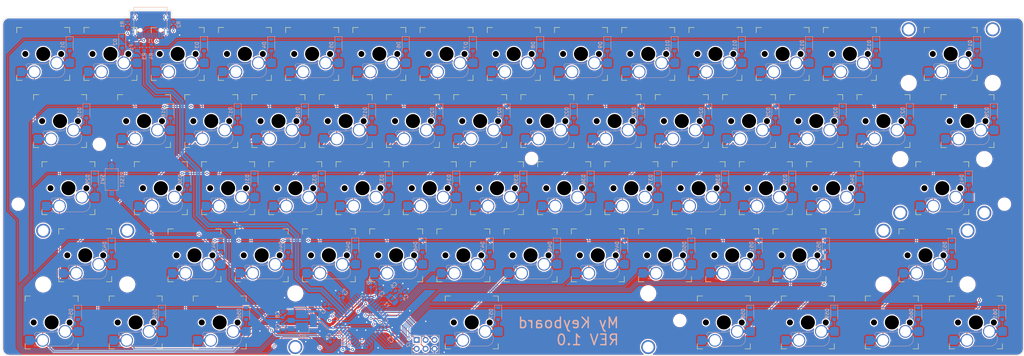
<source format=kicad_pcb>
(kicad_pcb (version 20221018) (generator pcbnew)
  (title_block (title "My Keyboard") (rev "1.0"))
  (layers (0 "F.Cu" signal) (31 "B.Cu" signal) (34 "B.Paste" user) (35 "F.Paste" user) (36 "B.SilkS" user "B.Silkscreen") (37 "F.SilkS" user "F.Silkscreen") (38 "B.Mask" user) (39 "F.Mask" user) (44 "Edge.Cuts" user))
  (net 0 "")
  (net 1 "+5V")
  (net 2 "GND")
  (net 3 "+3.3V")
  (net 4 "Net-(U1-XTAL1)")
  (net 5 "Net-(U1-XTAL2)")
  (net 6 "Net-(U1-AREF)")
  (net 7 "Net-(U1-UCAP)")
  (net 8 "ROW_0")
  (net 9 "Net-(D1-A)")
  (net 10 "Net-(D2-A)")
  (net 11 "Net-(D3-A)")
  (net 12 "Net-(D4-A)")
  (net 13 "Net-(D5-A)")
  (net 14 "Net-(D6-A)")
  (net 15 "Net-(D7-A)")
  (net 16 "Net-(D8-A)")
  (net 17 "Net-(D9-A)")
  (net 18 "Net-(D10-A)")
  (net 19 "Net-(D11-A)")
  (net 20 "Net-(D12-A)")
  (net 21 "Net-(D13-A)")
  (net 22 "Net-(D14-A)")
  (net 23 "ROW_1")
  (net 24 "Net-(D15-A)")
  (net 25 "Net-(D16-A)")
  (net 26 "Net-(D17-A)")
  (net 27 "Net-(D18-A)")
  (net 28 "Net-(D19-A)")
  (net 29 "Net-(D20-A)")
  (net 30 "Net-(D21-A)")
  (net 31 "Net-(D22-A)")
  (net 32 "Net-(D23-A)")
  (net 33 "Net-(D24-A)")
  (net 34 "Net-(D25-A)")
  (net 35 "Net-(D26-A)")
  (net 36 "Net-(D27-A)")
  (net 37 "Net-(D28-A)")
  (net 38 "ROW_2")
  (net 39 "Net-(D29-A)")
  (net 40 "Net-(D30-A)")
  (net 41 "Net-(D31-A)")
  (net 42 "Net-(D32-A)")
  (net 43 "Net-(D33-A)")
  (net 44 "Net-(D34-A)")
  (net 45 "Net-(D35-A)")
  (net 46 "Net-(D36-A)")
  (net 47 "Net-(D37-A)")
  (net 48 "Net-(D38-A)")
  (net 49 "Net-(D39-A)")
  (net 50 "Net-(D40-A)")
  (net 51 "Net-(D41-A)")
  (net 52 "ROW_3")
  (net 53 "Net-(D42-A)")
  (net 54 "Net-(D43-A)")
  (net 55 "Net-(D44-A)")
  (net 56 "Net-(D45-A)")
  (net 57 "Net-(D46-A)")
  (net 58 "Net-(D47-A)")
  (net 59 "Net-(D48-A)")
  (net 60 "Net-(D49-A)")
  (net 61 "Net-(D50-A)")
  (net 62 "Net-(D51-A)")
  (net 63 "Net-(D52-A)")
  (net 64 "Net-(D53-A)")
  (net 65 "ROW_4")
  (net 66 "Net-(D54-A)")
  (net 67 "Net-(D55-A)")
  (net 68 "Net-(D56-A)")
  (net 69 "Net-(D57-A)")
  (net 70 "Net-(D58-A)")
  (net 71 "Net-(D59-A)")
  (net 72 "Net-(D60-A)")
  (net 73 "Net-(D61-A)")
  (net 74 "Net-(F1-Pad1)")
  (net 75 "Net-(J1-CC1)")
  (net 76 "Net-(J1-D+-PadA6)")
  (net 77 "Net-(J1-D--PadA7)")
  (net 79 "Net-(J1-CC2)")
  (net 81 "/MISO")
  (net 82 "/SCLK")
  (net 83 "/MOSI")
  (net 84 "/RESET")
  (net 85 "COL_0")
  (net 86 "COL_1")
  (net 87 "COL_2")
  (net 88 "COL_3")
  (net 89 "COL_4")
  (net 90 "COL_5")
  (net 91 "COL_6")
  (net 92 "COL_7")
  (net 93 "COL_8")
  (net 94 "COL_9")
  (net 95 "COL_10")
  (net 96 "COL_11")
  (net 97 "COL_12")
  (net 98 "COL_14")
  (net 99 "COL_13")
  (net 100 "USB_D-")
  (net 101 "USB_D+")
  (footprint "key-switches:SW_MX_HotSwap_PTH" (layer "F.Cu") (at 128.7525 106.36)
    (fp_text reference "KEY4" hide)
    (fp_text value "SW_Push" hide)
  )
  (footprint "PCM_marbastlib-mx:STAB_MX_P_2.25u" (layer "F.Cu") (at 326.39625 144.46 180)
    (fp_text reference "S41" hide)
    (fp_text value "MX_stab")
  )
  (footprint "key-switches:SW_MX_HotSwap_PTH" (layer "F.Cu") (at 100.1775 125.41)
    (fp_text reference "KEY16" hide)
    (fp_text value "SW_Push" hide)
  )
  (footprint "key-switches:SW_MX_HotSwap_PTH" (layer "F.Cu") (at 190.665 163.51)
    (fp_text reference "KEY47" hide)
    (fp_text value "SW_Push" hide)
  )
  (footprint "key-switches:SW_MX_HotSwap_PTH" (layer "F.Cu") (at 152.565 163.51)
    (fp_text reference "KEY45" hide)
    (fp_text value "SW_Push" hide)
  )
  (footprint "key-switches:SW_MX_HotSwap_PTH" (layer "F.Cu") (at 209.715 163.51)
    (fp_text reference "KEY48" hide)
    (fp_text value "SW_Push" hide)
  )
  (footprint "key-switches:SW_MX_HotSwap_PTH" (layer "F.Cu") (at 288.29625 182.56)
    (fp_text reference "KEY59" hide)
    (fp_text value "SW_Push" hide)
  )
  (footprint "key-switches:SW_MX_HotSwap_PTH" (layer "F.Cu") (at 195.4275 125.41)
    (fp_text reference "KEY21" hide)
    (fp_text value "SW_Push" hide)
  )
  (footprint "key-switches:SW_MX_HotSwap_PTH" (layer "F.Cu") (at 264.48375 182.56)
    (fp_text reference "KEY58" hide)
    (fp_text value "SW_Push" hide)
  )
  (footprint "key-switches:SW_MX_HotSwap_PTH" (layer "F.Cu") (at 143.04 144.46)
    (fp_text reference "KEY32" hide)
    (fp_text value "SW_Push" hide)
  )
  (footprint "key-switches:SW_MX_HotSwap_PTH" (layer "F.Cu") (at 166.8525 106.36)
    (fp_text reference "KEY6" hide)
    (fp_text value "SW_Push" hide)
  )
  (footprint "key-switches:SW_MX_HotSwap_PTH" (layer "F.Cu") (at 321.63375 163.51)
    (fp_text reference "KEY53" hide)
    (fp_text value "SW_Push" hide)
  )
  (footprint "key-switches:SW_MX_HotSwap_PTH" (layer "F.Cu") (at 290.6775 125.41)
    (fp_text reference "KEY26" hide)
    (fp_text value "SW_Push" hide)
  )
  (footprint "key-switches:SW_MX_HotSwap_PTH" (layer "F.Cu") (at 76.365 125.41)
    (fp_text reference "KEY15" hide)
    (fp_text value "SW_Push" hide)
  )
  (footprint "key-switches:SW_MX_HotSwap_PTH" (layer "F.Cu") (at 97.79625 182.56)
    (fp_text reference "KEY55" hide)
    (fp_text value "SW_Push" hide)
  )
  (footprint "key-switches:SW_MX_HotSwap_PTH" (layer "F.Cu") (at 78.74625 144.46)
    (fp_text reference "KEY29" hide)
    (fp_text value "SW_Push" hide)
  )
  (footprint "key-switches:SW_MX_HotSwap_PTH" (layer "F.Cu") (at 171.615 163.51)
    (fp_text reference "KEY46" hide)
    (fp_text value "SW_Push" hide)
  )
  (footprint "key-switches:SW_MX_HotSwap_PTH" (layer "F.Cu") (at 200.19 144.46)
    (fp_text reference "KEY35" hide)
    (fp_text value "SW_Push" hide)
  )
  (footprint "key-switches:SW_MX_HotSwap_PTH" (layer "F.Cu") (at 123.99 144.46)
    (fp_text reference "KEY31" hide)
    (fp_text value "SW_Push" hide)
  )
  (footprint "key-switches:SW_MX_HotSwap_PTH" (layer "F.Cu") (at 157.3275 125.41)
    (fp_text reference "KEY19" hide)
    (fp_text value "SW_Push" hide)
  )
  (footprint "key-switches:SW_MX_HotSwap_PTH" (layer "F.Cu") (at 204.9525 106.36)
    (fp_text reference "KEY8" hide)
    (fp_text value "SW_Push" hide)
  )
  (footprint "key-switches:SW_MX_HotSwap_PTH" (layer "F.Cu") (at 238.29 144.46)
    (fp_text reference "KEY37" hide)
    (fp_text value "SW_Push" hide)
  )
  (footprint "PCM_marbastlib-mx:STAB_MX_P_6.25u" (layer "F.Cu") (at 193.04625 182.56 180)
    (fp_text reference "S57" hide)
    (fp_text value "MX_stab")
  )
  (footprint "key-switches:SW_MX_HotSwap_PTH" (layer "F.Cu") (at 73.98375 182.56)
    (fp_text reference "KEY54" hide)
    (fp_text value "SW_Push" hide)
  )
  (footprint "key-switches:SW_MX_HotSwap_PTH" (layer "F.Cu") (at 233.5275 125.41)
    (fp_text reference "KEY23" hide)
    (fp_text value "SW_Push" hide)
  )
  (footprint "key-switches:SW_MX_HotSwap_PTH" (layer "F.Cu") (at 119.2275 125.41)
    (fp_text reference "KEY17" hide)
    (fp_text value "SW_Push" hide)
  )
  (footprint "key-switches:SW_MX_HotSwap_PTH" (layer "F.Cu") (at 185.9025 106.36)
    (fp_text reference "KEY7" hide)
    (fp_text value "SW_Push" hide)
  )
  (footprint "key-switches:SW_MX_HotSwap_PTH" (layer "F.Cu") (at 262.1025 106.36)
    (fp_text reference "KEY11" hide)
    (fp_text value "SW_Push" hide)
  )
  (footprint "key-switches:SW_MX_HotSwap_PTH" (layer "F.Cu") (at 312.10875 182.56)
    (fp_text reference "KEY60" hide)
    (fp_text value "SW_Push" hide)
  )
  (footprint "key-switches:SW_MX_HotSwap_PTH" (layer "F.Cu") (at 266.865 163.51)
    (fp_text reference "KEY51" hide)
    (fp_text value "SW_Push" hide)
  )
  (footprint "key-switches:SW_MX_HotSwap_PTH" (layer "F.Cu") (at 271.6275 125.41)
    (fp_text reference "KEY25" hide)
    (fp_text value "SW_Push" hide)
  )
  (footprint "key-switches:SW_MX_HotSwap_PTH" (layer "F.Cu") (at 224.0025 106.36)
    (fp_text reference "KEY9" hide)
    (fp_text value "SW_Push" hide)
  )
  (footprint "PCM_marbastlib-mx:STAB_MX_P_2.25u" (layer "F.Cu") (at 83.50875 163.51)
    (fp_text reference "S42" hide)
    (fp_text value "MX_stab")
  )
  (footprint "key-switches:SW_MX_HotSwap_PTH" (layer "F.Cu") (at 104.94 144.46)
    (fp_text reference "KEY30" hide)
    (fp_text value "SW_Push" hide)
  )
  (footprint "key-switches:SW_MX_HotSwap_PTH" (layer "F.Cu") (at 83.50875 163.51)
    (fp_text reference "KEY42" hide)
    (fp_text value "SW_Push" hide)
  )
  (footprint "key-switches:SW_MX_HotSwap_PTH" (layer "F.Cu") (at 214.4775 125.41)
    (fp_text reference "KEY22" hide)
    (fp_text value "SW_Push" hide)
  )
  (footprint "PCM_marbastlib-mx:STAB_MX_P_2.75u" (layer "F.Cu") (at 321.63375 163.51)
    (fp_text reference "S53" hide)
    (fp_text value "MX_stab")
  )
  (footprint "key-switches:SW_MX_HotSwap_PTH" (layer "F.Cu") (at 309.7275 125.41)
    (fp_text reference "KEY27" hide)
    (fp_text value "SW_Push" hide)
  )
  (footprint "key-switches:SW_MX_HotSwap_PTH" (layer "F.Cu") (at 162.09 144.46)
    (fp_text reference "KEY33" hide)
    (fp_text value "SW_Push" hide)
  )
  (footprint "key-switches:SW_MX_HotSwap_PTH" (layer "F.Cu") (at 328.7775 106.36)
    (fp_text reference "KEY14" hide)
    (fp_text value "SW_Push" hide)
  )
  (footprint "key-switches:SW_MX_HotSwap_PTH" (layer "F.Cu") (at 326.39625 144.46)
    (fp_text reference "KEY41" hide)
    (fp_text value "SW_Push" hide)
  )
  (footprint "key-switches:SW_MX_HotSwap_PTH" (layer "F.Cu") (at 333.54 125.41)
    (fp_text reference "KEY28" hide)
    (fp_text value "SW_Push" hide)
  )
  (footprint "key-switches:SW_MX_HotSwap_PTH" (layer "F.Cu") (at 138.2775 125.41)
    (fp_text reference "KEY18" hide)
    (fp_text value "SW_Push" hide)
  )
  (footprint "key-switches:SW_MX_HotSwap_PTH" (layer "F.Cu") (at 193.04625 182.56)
    (fp_text reference "KEY57" hide)
    (fp_text value "SW_Push" hide)
  )
  (footprint "key-switches:SW_MX_HotSwap_PTH" (layer "F.Cu") (at 335.92125 182.56)
    (fp_text reference "KEY61" hide)
    (fp_text value "SW_Push" hide)
  )
  (footprint "key-switches:SW_MX_HotSwap_PTH" (layer "F.Cu") (at 295.44 144.46)
    (fp_text reference "KEY40" hide)
    (fp_text value "SW_Push" hide)
  )
  (footprint "key-switches:SW_MX_HotSwap_PTH" (layer "F.Cu") (at 147.8025 106.36)
    (fp_text reference "KEY5" hide)
    (fp_text value "SW_Push" hide)
  )
  (footprint "PCM_marbastlib-mx:STAB_MX_P_2u" (layer "F.Cu") (at 328.7775 106.36)
    (fp_text reference "S14" hide)
    (fp_text value "MX_stab")
  )
  (footprint "key-switches:SW_MX_HotSwap_PTH" (layer "F.Cu") (at 109.7025 106.36)
    (fp_text reference "KEY3" hide)
    (fp_text value "SW_Push" hide)
  )
  (footprint "key-switches:SW_MX_HotSwap_PTH" (layer "F.Cu") (at 285.915 163.51)
    (fp_text reference "KEY52" hide)
    (fp_text value "SW_Push" hide)
  )
  (footprint "key-switches:SW_MX_HotSwap_PTH" (layer "F.Cu") (at 121.60875 182.56)
    (fp_text reference "KEY56" hide)
    (fp_text value "SW_Push" hide)
  )
  (footprint "key-switches:SW_MX_HotSwap_PTH" (layer "F.Cu") (at 176.3775 125.41)
    (fp_text reference "KEY20" hide)
    (fp_text value "SW_Push" hide)
  )
  (footprint "key-switches:SW_MX_HotSwap_PTH" (layer "F.Cu") (at 281.1525 106.36)
    (fp_text reference "KEY12" hide)
    (fp_text value "SW_Push" hide)
  )
  (footprint "key-switches:SW_MX_HotSwap_PTH" (layer "F.Cu") (at 276.39 144.46)
    (fp_text reference "KEY39" hide)
    (fp_text value "SW_Push" hide)
  )
  (footprint "key-switches:SW_MX_HotSwap_PTH" (layer "F.Cu") (at 71.6025 106.36)
    (fp_text reference "KEY1" hide)
    (fp_text value "SW_Push" hide)
  )
  (footprint "key-switches:SW_MX_HotSwap_PTH" (layer "F.Cu") (at 252.5775 125.41)
    (fp_text reference "KEY24" hide)
    (fp_text value "SW_Push" hide)
  )
  (footprint "key-switches:SW_MX_HotSwap_PTH" (layer "F.Cu") (at 114.465 163.51)
    (fp_text reference "KEY43" hide)
    (fp_text value "SW_Push" hide)
  )
  (footprint "key-switches:SW_MX_HotSwap_PTH" (layer "F.Cu") (at 247.815 163.51)
    (fp_text reference "KEY50" hide)
    (fp_text value "SW_Push" hide)
  )
  (footprint "key-switches:SW_MX_HotSwap_PTH" (layer "F.Cu") (at 300.2025 106.36)
    (fp_text reference "KEY13" hide)
    (fp_text value "SW_Push" hide)
  )
  (footprint "key-switches:SW_MX_HotSwap_PTH" (layer "F.Cu") (at 243.0525 106.36)
    (fp_text reference "KEY10" hide)
    (fp_text value "SW_Push" hide)
  )
  (footprint "key-switches:SW_MX_HotSwap_PTH" (layer "F.Cu") (at 228.765 163.51)
    (fp_text reference "KEY49" hide)
    (fp_text value "SW_Push" hide)
  )
  (footprint "key-switches:SW_MX_HotSwap_PTH" (layer "F.Cu") (at 90.6525 106.36)
    (fp_text reference "KEY2" hide)
    (fp_text value "SW_Push" hide)
  )
  (footprint "key-switches:SW_MX_HotSwap_PTH" (layer "F.Cu") (at 257.34 144.46)
    (fp_text reference "KEY38" hide)
    (fp_text value "SW_Push" hide)
  )
  (footprint "key-switches:SW_MX_HotSwap_PTH" (layer "F.Cu") (at 133.515 163.51)
    (fp_text reference "KEY44" hide)
    (fp_text value "SW_Push" hide)
  )
  (footprint "key-switches:SW_MX_HotSwap_PTH" (layer "F.Cu") (at 181.14 144.46)
    (fp_text reference "KEY34" hide)
    (fp_text value "SW_Push" hide)
  )
  (footprint "key-switches:SW_MX_HotSwap_PTH" (layer "F.Cu") (at 219.24 144.46)
    (fp_text reference "KEY36" hide)
    (fp_text value "SW_Push" hide)
  )
  (footprint "Diode_SMD:D_SOD-123" (layer "B.Cu") (at 298.1525 122.885 -90)
    (fp_text reference "D26")
    (fp_text value "1N4148W")
  )
  (footprint "Diode_SMD:D_SOD-123" (layer "B.Cu") (at 260.0525 122.885 -90)
    (fp_text reference "D24")
    (fp_text value "1N4148W")
  )
  (footprint "Diode_SMD:D_SOD-123" (layer "B.Cu") (at 105.27125 180.035 -90)
    (fp_text reference "D55")
    (fp_text value "1N4148W")
  )
  (footprint "Diode_SMD:D_SOD-123" (layer "B.Cu") (at 341.015 122.885 -90)
    (fp_text reference "D28")
    (fp_text value "1N4148W")
  )
  (footprint "Diode_SMD:D_SOD-123" (layer "B.Cu") (at 264.815 141.935 -90)
    (fp_text reference "D38")
    (fp_text value "1N4148W")
  )
  (footprint "Connector_PinHeader_2.54mm:PinHeader_2x03_P2.54mm_Vertical" (layer "B.Cu") (at 177.42 187.5 -90)
    (fp_text reference "J2")
    (fp_text value "ISP")
  )
  (footprint "Diode_SMD:D_SOD-123" (layer "B.Cu") (at 145.7525 122.885 -90)
    (fp_text reference "D18")
    (fp_text value "1N4148W")
  )
  (footprint "Diode_SMD:D_SOD-123" (layer "B.Cu") (at 274.34 160.985 -90)
    (fp_text reference "D51")
    (fp_text value "1N4148W")
  )
  (footprint "Diode_SMD:D_SOD-123" (layer "B.Cu") (at 250.5275 103.835 -90)
    (fp_text reference "D10")
    (fp_text value "1N4148W")
  )
  (footprint "Diode_SMD:D_SOD-123" (layer "B.Cu") (at 160.04 160.985 -90)
    (fp_text reference "D45")
    (fp_text value "1N4148W")
  )
  (footprint "Diode_SMD:D_SOD-123" (layer "B.Cu") (at 212.4275 103.835 -90)
    (fp_text reference "D8")
    (fp_text value "1N4148W")
  )
  (footprint "Capacitor_SMD:C_0603_1608Metric" (layer "B.Cu") (at 172 173 -135)
    (fp_text reference "C5")
    (fp_text value "20pF")
  )
  (footprint "Diode_SMD:D_SOD-123" (layer "B.Cu") (at 236.24 160.985 -90)
    (fp_text reference "D49")
    (fp_text value "1N4148W")
  )
  (footprint "Diode_SMD:D_SOD-123" (layer "B.Cu") (at 79.0775 103.835 -90)
    (fp_text reference "D1")
    (fp_text value "1N4148W")
  )
  (footprint "Diode_SMD:D_SOD-123" (layer "B.Cu") (at 136.2275 103.835 -90)
    (fp_text reference "D4")
    (fp_text value "1N4148W")
  )
  (footprint "Capacitor_SMD:C_0603_1608Metric" (layer "B.Cu") (at 166.5 173.5 45)
    (fp_text reference "C2")
    (fp_text value "100nF")
  )
  (footprint "Resistor_SMD:R_0603_1608Metric" (layer "B.Cu") (at 100.25 104.5 90)
    (fp_text reference "R3")
    (fp_text value "22R")
  )
  (footprint "Diode_SMD:D_SOD-123" (layer "B.Cu") (at 94 103 -90)
    (fp_text reference "D2")
    (fp_text value "1N4148W")
  )
  (footprint "Diode_SMD:D_SOD-123" (layer "B.Cu") (at 343.39625 180.035 -90)
    (fp_text reference "D61")
    (fp_text value "1N4148W")
  )
  (footprint "Diode_SMD:D_SOD-123" (layer "B.Cu") (at 179.09 160.985 -90)
    (fp_text reference "D46")
    (fp_text value "1N4148W")
  )
  (footprint "Diode_SMD:D_SOD-123" (layer "B.Cu") (at 117.1775 103.835 -90)
    (fp_text reference "D3")
    (fp_text value "1N4148W")
  )
  (footprint "Capacitor_SMD:C_0603_1608Metric" (layer "B.Cu") (at 153.5 187.5 -135)
    (fp_text reference "C6")
    (fp_text value "100nF")
  )
  (footprint "MountingHole:MountingHole_3.2mm_M3" (layer "B.Cu") (at 87.5 132 180)
    (fp_text reference "H2" hide)
    (fp_text value "MountingHole")
  )
  (footprint "Resistor_SMD:R_0603_1608Metric" (layer "B.Cu") (at 95.5 98 90)
    (fp_text reference "R1")
    (fp_text value "5.1k")
  )
  (footprint "Diode_SMD:D_SOD-123" (layer "B.Cu") (at 241.0025 122.885 -90)
    (fp_text reference "D23")
    (fp_text value "1N4148W")
  )
  (footprint "Diode_SMD:D_SOD-123" (layer "B.Cu") (at 150.515 141.935 -90)
    (fp_text reference "D32")
    (fp_text value "1N4148W")
  )
  (footprint "Diode_SMD:D_SOD-123" (layer "B.Cu") (at 126.7025 122.885 -90)
    (fp_text reference "D17")
    (fp_text value "1N4148W")
  )
  (footprint "Diode_SMD:D_SOD-123" (layer "B.Cu") (at 283.865 141.935 -90)
    (fp_text reference "D39")
    (fp_text value "1N4148W")
  )
  (footprint "Package_QFP:TQFP-44_10x10mm_P0.8mm" (layer "B.Cu") (at 162 182 -45)
    (fp_text reference "U1")
    (fp_text value "ATmega32U4-A")
  )
  (footprint "Diode_SMD:D_SOD-123" (layer "B.Cu") (at 269.5775 103.835 -90)
    (fp_text reference "D11")
    (fp_text value "1N4148W")
  )
  (footprint "Diode_SMD:D_SOD-123" (layer "B.Cu") (at 271.95875 180.035 -90)
    (fp_text reference "D58")
    (fp_text value "1N4148W")
  )
  (footprint "Resistor_SMD:R_0603_1608Metric" (layer "B.Cu") (at 165 172 -135)
    (fp_text reference "R5")
    (fp_text value "10k")
  )
  (footprint "Diode_SMD:D_SOD-123" (layer "B.Cu") (at 112.415 141.935 -90)
    (fp_text reference "D30")
    (fp_text value "1N4148W")
  )
  (footprint "Diode_SMD:D_SOD-123" (layer "B.Cu") (at 121.94 160.985 -90)
    (fp_text reference "D43")
    (fp_text value "1N4148W")
  )
  (footprint "Diode_SMD:D_SOD-123" (layer "B.Cu") (at 217.19 160.985 -90)
    (fp_text reference "D48")
    (fp_text value "1N4148W")
  )
  (footprint "Diode_SMD:D_SOD-123" (layer "B.Cu") (at 200.52125 180.035 -90)
    (fp_text reference "D57")
    (fp_text value "1N4148W")
  )
  (footprint "Diode_SMD:D_SOD-123" (layer "B.Cu") (at 293.39 160.985 -90)
    (fp_text reference "D52")
    (fp_text value "1N4148W")
  )
  (footprint "Diode_SMD:D_SOD-123" (layer "B.Cu") (at 86.22125 141.935 -90)
    (fp_text reference "D29")
    (fp_text value "1N4148W")
  )
  (footprint "MountingHole:MountingHole_3.2mm_M3" (layer "B.Cu") (at 210 136 180)
    (fp_text reference "H1" hide)
    (fp_text value "MountingHole")
  )
  (footprint "MountingHole:MountingHole_3.2mm_M3" (layer "B.Cu") (at 252 182 180)
    (fp_text reference "H5" hide)
    (fp_text value "MountingHole")
  )
  (footprint "Diode_SMD:D_SOD-123" (layer "B.Cu") (at 107.6525 122.885 -90)
    (fp_text reference "D16")
    (fp_text value "1N4148W")
  )
  (footprint "Resistor_SMD:R_0603_1608Metric" (layer "B.Cu") (at 108.5 98 -90)
    (fp_text reference "R2")
    (fp_text value "5.1k")
  )
  (footprint "Capacitor_SMD:C_0603_1608Metric" (layer "B.Cu") (at 156 175 135)
    (fp_text reference "C7")
    (fp_text value "1uF")
  )
  (footprint "Capacitor_SMD:C_0603_1608Metric" (layer "B.Cu") (at 173.5 174.5 -135)
    (fp_text reference "C4")
    (fp_text value "20pF")
  )
  (footprint "Diode_SMD:D_SOD-123" (layer "B.Cu") (at 319.58375 180.035 -90)
    (fp_text reference "D60")
    (fp_text value "1N4148W")
  )
  (footprint "Diode_SMD:D_SOD-123" (layer "B.Cu") (at 193.3775 103.835 -90)
    (fp_text reference "D7")
    (fp_text value "1N4148W")
  )
  (footprint "Diode_SMD:D_SOD-123" (layer "B.Cu") (at 140.99 160.985 -90)
    (fp_text reference "D44")
    (fp_text value "1N4148W")
  )
  (footprint "Diode_SMD:D_SOD-123" (layer "B.Cu") (at 302.915 141.935 -90)
    (fp_text reference "D40")
    (fp_text value "1N4148W")
  )
  (footprint "Diode_SMD:D_SOD-123" (layer "B.Cu") (at 329.10875 160.985 -90)
    (fp_text reference "D53")
    (fp_text value "1N4148W")
  )
  (footprint "Capacitor_SMD:C_0603_1608Metric" (layer "B.Cu") (at 139.5 183.85 -90)
    (fp_text reference "C9")
    (fp_text value "10uF")
  )
  (footprint "Diode_SMD:D_SOD-123" (layer "B.Cu") (at 226.715 141.935 -90)
    (fp_text reference "D36")
    (fp_text value "1N4148W")
  )
  (footprint "Diode_SMD:D_SOD-123" (layer "B.Cu") (at 231.4775 103.835 -90)
    (fp_text reference "D9")
    (fp_text value "1N4148W")
  )
  (footprint "Crystal:Crystal_SMD_3215-2Pin_3.2x1.5mm" (layer "B.Cu") (at 170.5 176 135)
    (fp_text reference "Y1")
    (fp_text value "8MHz")
  )
  (footprint "Fuse:Fuse_0805_2012Metric" (layer "B.Cu") (at 98.25 104.5 -90)
    (fp_text reference "F1")
    (fp_text value "500mA, 6V")
  )
  (footprint "Capacitor_SMD:C_0603_1608Metric" (layer "B.Cu") (at 139.5 180.35 90)
    (fp_text reference "C8")
    (fp_text value "10uF")
  )
  (footprint "Diode_SMD:D_SOD-123" (layer "B.Cu") (at 317.2025 122.885 -90)
    (fp_text reference "D27")
    (fp_text value "1N4148W")
  )
  (footprint "Diode_SMD:D_SOD-123" (layer "B.Cu") (at 333.87125 141.935 -90)
    (fp_text reference "D41")
    (fp_text value "1N4148W")
  )
  (footprint "Button_Switch_SMD:SW_SPST_CK_RS282G05A3" (layer "B.Cu") (at 91 142 -90)
    (fp_text reference "SW1")
    (fp_text value "RESET")
  )
  (footprint "Connector_USB:USB_C_Receptacle_HRO_TYPE-C-31-M-12" (layer "B.Cu") (at 102 97)
    (fp_text reference "J1")
    (fp_text value "USB_C_Receptacle_USB2.0")
  )
  (footprint "Diode_SMD:D_SOD-123" (layer "B.Cu") (at 83.84 122.885 -90)
    (fp_text reference "D15")
    (fp_text value "1N4148W")
  )
  (footprint "Diode_SMD:D_SOD-123" (layer "B.Cu") (at 90.98375 160.985 -90)
    (fp_text reference "D42")
    (fp_text value "1N4148W")
  )
  (footprint "Diode_SMD:D_SOD-123" (layer "B.Cu") (at 279.1025 122.885 -90)
    (fp_text reference "D25")
    (fp_text value "1N4148W")
  )
  (footprint "Diode_SMD:D_SOD-123" (layer "B.Cu") (at 81.45875 180.035 -90)
    (fp_text reference "D54")
    (fp_text value "1N4148W")
  )
  (footprint "Capacitor_SMD:C_0603_1608Metric" (layer "B.Cu") (at 152 178 135)
    (fp_text reference "C1")
    (fp_text value "1uF")
  )
  (footprint "Diode_SMD:D_SOD-123" (layer "B.Cu") (at 164.8025 122.885 -90)
    (fp_text reference "D19")
    (fp_text value "1N4148W")
  )
  (footprint "Resistor_SMD:R_0603_1608Metric" (layer "B.Cu") (at 102.25 104.5 90)
    (fp_text reference "R4")
    (fp_text value "22R")
  )
  (footprint "Diode_SMD:D_SOD-123" (layer "B.Cu") (at 255.29 160.985 -90)
    (fp_text reference "D50")
    (fp_text value "1N4148W")
  )
  (footprint "Diode_SMD:D_SOD-123" (layer "B.Cu") (at 183.8525 122.885 -90)
    (fp_text reference "D20")
    (fp_text value "1N4148W")
  )
  (footprint "Diode_SMD:D_SOD-123" (layer "B.Cu") (at 288.6275 103.835 -90)
    (fp_text reference "D12")
    (fp_text value "1N4148W")
  )
  (footprint "Diode_SMD:D_SOD-123" (layer "B.Cu") (at 207.665 141.935 -90)
    (fp_text reference "D35")
    (fp_text value "1N4148W")
  )
  (footprint "Diode_SMD:D_SOD-123" (layer "B.Cu") (at 129.08375 180.035 -90)
    (fp_text reference "D56")
    (fp_text value "1N4148W")
  )
  (footprint "Diode_SMD:D_SOD-123" (layer "B.Cu") (at 155.2775 103.835 -90)
    (fp_text reference "D5")
    (fp_text value "1N4148W")
  )
  (footprint "Diode_SMD:D_SOD-123" (layer "B.Cu") (at 221.9525 122.885 -90)
    (fp_text reference "D22")
    (fp_text value "1N4148W")
  )
  (footprint "Diode_SMD:D_SOD-123" (layer "B.Cu") (at 188.615 141.935 -90)
    (fp_text reference "D34")
    (fp_text value "1N4148W")
  )
  (footprint "Diode_SMD:D_SOD-123" (layer "B.Cu") (at 336.2525 103.835 -90)
    (fp_text reference "D14")
    (fp_text value "1N4148W")
  )
  (footprint "Diode_SMD:D_SOD-123" (layer "B.Cu") (at 174.3275 103.835 -90)
    (fp_text reference "D6")
    (fp_text value "1N4148W")
  )
  (footprint "Package_TO_SOT_SMD:SOT-223-3_TabPin2" (layer "B.Cu") (at 145 182)
    (fp_text reference "U2")
    (fp_text value "AMS1117-3.3")
  )
  (footprint "Diode_SMD:D_SOD-123" (layer "B.Cu") (at 202.9025 122.885 -90)
    (fp_text reference "D21")
    (fp_text value "1N4148W")
  )
  (footprint "Capacitor_SMD:C_0603_1608Metric" (layer "B.Cu") (at 171 186.5 -45)
    (fp_text reference "C3")
    (fp_text value "100nF")
  )
  (footprint "MountingHole:MountingHole_3.2mm_M3" (layer "B.Cu") (at 64.5 149 180)
    (fp_text reference "H4" hide)
    (fp_text value "MountingHole")
  )
  (footprint "Diode_SMD:D_SOD-123" (layer "B.Cu") (at 307.6775 103.835 -90)
    (fp_text reference "D13")
    (fp_text value "1N4148W")
  )
  (footprint "Diode_SMD:D_SOD-123" (layer "B.Cu") (at 131.465 141.935 -90)
    (fp_text reference "D31")
    (fp_text value "1N4148W")
  )
  (footprint "MountingHole:MountingHole_3.2mm_M3" (layer "B.Cu") (at 344 149 -90)
    (fp_text reference "H3" hide)
    (fp_text value "MountingHole")
  )
  (footprint "Diode_SMD:D_SOD-123" (layer "B.Cu") (at 169.565 141.935 -90)
    (fp_text reference "D33")
    (fp_text value "1N4148W")
  )
  (footprint "Diode_SMD:D_SOD-123" (layer "B.Cu") (at 198.14 160.985 -90)
    (fp_text reference "D47")
    (fp_text value "1N4148W")
  )
  (footprint "Diode_SMD:D_SOD-123" (layer "B.Cu") (at 295.77125 180.035 -90)
    (fp_text reference "D59")
    (fp_text value "1N4148W")
  )
  (footprint "Diode_SMD:D_SOD-123" (layer "B.Cu") (at 245.765 141.935 -90)
    (fp_text reference "D37")
    (fp_text value "1N4148W")
  )
  (gr_circle (center 154.028671 179.811884) (end 154.278671 179.811884) (stroke (width 0.15)) (fill solid) (layer "B.SilkS"))
  (gr_line (start 62 96) (end 96 96) (stroke (width 0.1)) (layer "Edge.Cuts"))
  (gr_line (start 62 192) (end 347.5 192) (stroke (width 0.1)) (layer "Edge.Cuts"))
  (gr_arc (start 349.5 190) (mid 348.914214 191.414214) (end 347.5 192) (stroke (width 0.1)) (layer "Edge.Cuts"))
  (gr_line (start 349.5 190) (end 349.5 98) (stroke (width 0.1)) (layer "Edge.Cuts"))
  (gr_line (start 108 96) (end 347.5 96) (stroke (width 0.1)) (layer "Edge.Cuts"))
  (gr_line (start 96 96) (end 96 94) (stroke (width 0.1)) (layer "Edge.Cuts"))
  (gr_line (start 60 190) (end 60 98) (stroke (width 0.1)) (layer "Edge.Cuts"))
  (gr_arc (start 62 192) (mid 60.585786 191.414214) (end 60 190) (stroke (width 0.1)) (layer "Edge.Cuts"))
  (gr_line (start 108 94) (end 108 96) (stroke (width 0.1)) (layer "Edge.Cuts"))
  (gr_arc (start 347.5 96) (mid 348.914214 96.585786) (end 349.5 98) (stroke (width 0.1)) (layer "Edge.Cuts"))
  (gr_line (start 96 94) (end 108 94) (stroke (width 0.1)) (layer "Edge.Cuts"))
  (gr_arc (start 60 98) (mid 60.585786 96.585786) (end 62 96) (stroke (width 0.1)) (layer "Edge.Cuts"))
  (gr_text "${TITLE}\nREV ${REVISION}" (at 235 189.25) (layer "B.SilkS") (effects (font (size 3 3) (thickness 0.4)) (justify left bottom mirror)))
  (segment (start 122.25 156.25) (end 124.25 158.25) (width 0.35) (layer "B.Cu") (net 1))
  (segment (start 124.25 158.25) (end 124.25 170.25) (width 0.35) (layer "B.Cu") (net 1))
  (segment (start 156.390847 180.916332) (end 155.70675 180.232233) (width 0.35) (layer "B.Cu") (net 1))
  (segment (start 98.25 105.4375) (end 100.06 107.2475) (width 0.35) (layer "B.Cu") (net 1))
  (segment (start 114.275 152.457914) (end 118.067086 156.25) (width 0.35) (layer "B.Cu") (net 1))
  (segment (start 107.507086 118.19) (end 108.783543 119.466457) (width 0.35) (layer "B.Cu") (net 1))
  (segment (start 108.783543 119.466457) (end 108.908543 119.591457) (width 0.35) (layer "B.Cu") (net 1))
  (segment (start 152.548008 178.548008) (end 154.022526 178.548008) (width 0.35) (layer "B.Cu") (net 1))
  (segment (start 159.219275 178.087903) (end 159.219275 179.530725) (width 0.35) (layer "B.Cu") (net 1))
  (segment (start 154.022526 178.548008) (end 155.70675 180.232233) (width 0.35) (layer "B.Cu") (net 1))
  (segment (start 108.783543 119.466457) (end 109.5125 120.195414) (width 0.35) (layer "B.Cu") (net 1))
  (segment (start 109.5125 135.0125) (end 114.275 139.775) (width 0.35) (layer "B.Cu") (net 1))
  (segment (start 118.067086 156.25) (end 122.25 156.25) (width 0.35) (layer "B.Cu") (net 1))
  (segment (start 106.75 118.19) (end 107.507086 118.19) (width 0.35) (layer "B.Cu") (net 1))
  (segment (start 135.125 181.125) (end 139.5 181.125) (width 0.35) (layer "B.Cu") (net 1))
  (segment (start 152.548008 178.548008) (end 143.001992 178.548008) (width 0.35) (layer "B.Cu") (net 1))
  (segment (start 100.06 107.2475) (end 100.06 114.992914) (width 0.35) (layer "B.Cu") (net 1))
  (segment (start 141.05 179.7) (end 141.85 179.7) (width 0.35) (layer "B.Cu") (net 1))
  (segment (start 139.625 181.125) (end 141.05 179.7) (width 0.35) (layer "B.Cu") (net 1))
  (segment (start 124.25 170.25) (end 135.125 181.125) (width 0.35) (layer "B.Cu") (net 1))
  (segment (start 158.535177 177.403806) (end 159.219275 178.087903) (width 0.35) (layer "B.Cu") (net 1))
  (segment (start 143.001992 178.548008) (end 141.85 179.7) (width 0.35) (layer "B.Cu") (net 1))
  (segment (start 157.833668 180.916332) (end 156.390847 180.916332) (width 0.35) (layer "B.Cu") (net 1))
  (segment (start 109.5125 120.195414) (end 109.5125 135.0125) (width 0.35) (layer "B.Cu") (net 1))
  (segment (start 114.275 139.775) (end 114.275 152.457914) (width 0.35) (layer "B.Cu") (net 1))
  (segment (start 139.5 181.125) (end 139.625 181.125) (width 0.35) (layer "B.Cu") (net 1))
  (segment (start 103.257086 118.19) (end 106.75 118.19) (width 0.35) (layer "B.Cu") (net 1))
  (segment (start 100.06 114.992914) (end 103.257086 118.19) (width 0.35) (layer "B.Cu") (net 1))
  (segment (start 159.219275 179.530725) (end 157.833668 180.916332) (width 0.35) (layer "B.Cu") (net 1))
  (via (at 152 187.25) (size 0.8) (drill 0.4) (layers "F.Cu" "B.Cu") (net 2))
  (via (at 137.75 182.5) (size 0.8) (drill 0.4) (layers "F.Cu" "B.Cu") (net 2))
  (via (at 163 184.75) (size 0.8) (drill 0.4) (layers "F.Cu" "B.Cu") (net 2))
  (via (at 185.25 191) (size 0.8) (drill 0.4) (layers "F.Cu" "B.Cu") (net 2))
  (via (at 150 185) (size 0.8) (drill 0.4) (layers "F.Cu" "B.Cu") (net 2))
  (via (at 144 185) (size 0.8) (drill 0.4) (layers "F.Cu" "B.Cu") (net 2))
  (via (at 91 136.5) (size 0.8) (drill 0.4) (layers "F.Cu" "B.Cu") (net 2))
  (via (at 162 174) (size 0.8) (drill 0.4) (layers "F.Cu" "B.Cu") (net 2))
  (via (at 162 189.75) (size 0.8) (drill 0.4) (layers "F.Cu" "B.Cu") (net 2))
  (via (at 173.5 171.5) (size 0.8) (drill 0.4) (layers "F.Cu" "B.Cu") (net 2))
  (via (at 146 188) (size 0.8) (drill 0.4) (layers "F.Cu" "B.Cu") (net 2))
  (via (at 160.5 184.75) (size 0.8) (drill 0.4) (layers "F.Cu" "B.Cu") (net 2))
  (via (at 163.25 182.5) (size 0.8) (drill 0.4) (layers "F.Cu" "B.Cu") (net 2))
  (via (at 155.25 191) (size 0.8) (drill 0.4) (layers "F.Cu" "B.Cu") (net 2))
  (via (at 166.5 189.75) (size 0.8) (drill 0.4) (layers "F.Cu" "B.Cu") (net 2))
  (via (at 154.5 173.5) (size 0.8) (drill 0.4) (layers "F.Cu" "B.Cu") (net 2))
  (via (at 172.25 186.25) (size 0.8) (drill 0.4) (layers "F.Cu" "B.Cu") (net 2))
  (via (at 161 181) (size 0.8) (drill 0.4) (layers "F.Cu" "B.Cu") (net 2))
  (via (at 175 173) (size 0.8) (drill 0.4) (layers "F.Cu" "B.Cu") (net 2))
  (via (at 133 185) (size 0.8) (drill 0.4) (layers "F.Cu" "B.Cu") (net 2))
  (via (at 140 175.5) (size 0.8) (drill 0.4) (layers "F.Cu" "B.Cu") (net 2))
  (via (at 138.25 184.625) (size 0.8) (drill 0.4) (layers "F.Cu" "B.Cu") (net 2))
  (via (at 96 102.5) (size 0.8) (drill 0.4) (layers "F.Cu" "B.Cu") (net 2))
  (via (at 110.25 101) (size 0.8) (drill 0.4) (layers "F.Cu" "B.Cu") (net 2))
  (via (at 138.25 179.5) (size 0.8) (drill 0.4) (layers "F.Cu" "B.Cu") (net 2))
  (via (at 157.25 183) (size 0.8) (drill 0.4) (layers "F.Cu" "B.Cu") (net 2))
  (via (at 180 182.25) (size 0.8) (drill 0.4) (layers "F.Cu" "B.Cu") (net 2))
  (via (at 150.5 176.5) (size 0.8) (drill 0.4) (layers "F.Cu" "B.Cu") (net 2))
  (via (at 175.5 179.25) (size 0.8) (drill 0.4) (layers "F.Cu" "B.Cu") (net 2))
  (via (at 168 172) (size 0.8) (drill 0.4) (layers "F.Cu" "B.Cu") (net 2))
  (via (at 170.5 184) (size 0.8) (drill 0.4) (layers "F.Cu" "B.Cu") (net 2))
  (segment (start 98.595 101.045) (end 98.725 101.045) (width 0.35) (layer "B.Cu") (net 2))
  (segment (start 106.32 100.13) (end 105.405 101.045) (width 0.35) (layer "B.Cu") (net 2))
  (segment (start 141.85 184.3) (end 140.7 184.3) (width 0.35) (layer "B.Cu") (net 2))
  (segment (start 91 138.1) (end 91 136.5) (width 0.35) (layer "B.Cu") (net 2))
  (segment (start 140.7 184.3) (end 140.375 184.625) (width 0.35) (layer "B.Cu") (net 2))
  (segment (start 162.311018 189.75) (end 162 189.75) (width 0.35) (layer "B.Cu") (net 2))
  (segment (start 97.68 100.13) (end 98.595 101.045) (width 0.35) (layer "B.Cu") (net 2))
  (segment (start 105.405 101.045) (end 105.275 101.045) (width 0.35) (layer "B.Cu") (net 2))
  (segment (start 163.202082 188.858936) (end 162.311018 189.75) (width 0.35) (layer "B.Cu") (net 2))
  (segment (start 140.375 184.625) (end 139.5 184.625) (width 0.35) (layer "B.Cu") (net 2))
  (segment (start 158.28433 184.083272) (end 153.75 184.083272) (width 0.35) (layer "F.Cu") (net 3))
  (segment (start 161.951058 187.75) (end 158.28433 184.083272) (width 0.35) (layer "F.Cu") (net 3))
  (segment (start 165.427943 175.177943) (end 162.655329 175.177943) (width 0.35) (layer "F.Cu") (net 3))
  (segment (start 161.951058 187.75) (end 164.838799 184.862259) (width 0.35) (layer "F.Cu") (net 3))
  (segment (start 164.838799 184.862259) (end 169.387741 184.862259) (width 0.35) (layer "F.Cu") (net 3))
  (segment (start 162.655329 175.177943) (end 153.75 184.083272) (width 0.35) (layer "F.Cu") (net 3))
  (segment (start 174.565482 190.04) (end 169.387741 184.862259) (width 0.35) (layer "F.Cu") (net 3))
  (segment (start 177.42 190.04) (end 174.565482 190.04) (width 0.35) (layer "F.Cu") (net 3))
  (via (at 169.387741 184.862259) (size 0.8) (drill 0.4) (layers "F.Cu" "B.Cu") (net 3))
  (via (at 153.75 184.083272) (size 0.8) (drill 0.4) (layers "F.Cu" "B.Cu") (net 3))
  (via (at 161.951058 187.75) (size 0.8) (drill 0.4) (layers "F.Cu" "B.Cu") (net 3))
  (via (at 165.427943 175.177943) (size 0.8) (drill 0.4) (layers "F.Cu" "B.Cu") (net 3))
  (segment (start 150.5 182) (end 152.583272 184.083272) (width 0.5) (layer "B.Cu") (net 3))
  (segment (start 152.583272 184.083272) (end 153.75 184.083272) (width 0.5) (layer "B.Cu") (net 3))
  (segment (start 165.951992 174.048008) (end 165.951992 171.785266) (width 0.35) (layer "B.Cu") (net 3))
  (segment (start 155.141064 183.202082) (end 154.259874 184.083272) (width 0.35) (layer "B.Cu") (net 3))
  (segment (start 154.259874 184.083272) (end 153.75 184.083272) (width 0.35) (layer "B.Cu") (net 3))
  (segment (start 161.906854 187.75) (end 161.951058 187.75) (width 0.35) (layer "B.Cu") (net 3))
  (segment (start 165.951992 171.785266) (end 165.583363 171.416637) (width 0.35) (layer "B.Cu") (net 3))
  (segment (start 140.575 182) (end 139.5 183.075) (width 0.35) (layer "B.Cu") (net 3))
  (segment (start 164.333452 176.272435) (end 165.427943 175.177943) (width 0.35) (layer "B.Cu") (net 3))
  (segment (start 141.85 182) (end 140.575 182) (width 0.35) (layer "B.Cu") (net 3))
  (segment (start 148.15 182) (end 150.5 182) (width 0.5) (layer "B.Cu") (net 3))
  (segment (start 148.15 182) (end 141.85 182) (width 0.5) (layer "B.Cu") (net 3))
  (segment (start 165.951992 174.653895) (end 165.951992 174.048008) (width 0.35) (layer "B.Cu") (net 3))
  (segment (start 169.387741 184.862259) (end 168.29325 183.767767) (width 0.35) (layer "B.Cu") (net 3))
  (segment (start 170.451992 185.951992) (end 170.451992 185.926509) (width 0.35) (layer "B.Cu") (net 3))
  (segment (start 165.427943 175.177943) (end 165.951992 174.653895) (width 0.35) (layer "B.Cu") (net 3))
  (segment (start 170.451992 185.926509) (end 169.387741 184.862259) (width 0.35) (layer "B.Cu") (net 3))
  (segment (start 160.797918 188.858936) (end 161.906854 187.75) (width 0.35) (layer "B.Cu") (net 3))
  (segment (start 167.25 176.75) (end 166.030509 177.969491) (width 0.2) (layer "B.Cu") (net 4))
  (segment (start 171.25 176.75) (end 167.25 176.75) (width 0.2) (layer "B.Cu") (net 4))
  (segment (start 172.951992 175.048008) (end 171.383883 176.616117) (width 0.2) (layer "B.Cu") (net 4))
  (segment (start 171.383883 176.616117) (end 171.383883 176.883883) (width 0.2) (layer "B.Cu") (net 4))
  (segment (start 171.383883 176.883883) (end 171.25 176.75) (width 0.2) (layer "B.Cu") (net 4))
  (segment (start 169.616117 175.116117) (end 167.752512 175.116117) (width 0.2) (layer "B.Cu") (net 5))
  (segment (start 171.451992 173.548008) (end 169.883883 175.116117) (width 0.2) (layer "B.Cu") (net 5))
  (segment (start 169.883883 175.116117) (end 169.616117 175.116117) (width 0.2) (layer "B.Cu") (net 5))
  (segment (start 167.752512 175.116117) (end 165.464823 177.403806) (width 0.2) (layer "B.Cu") (net 5))
  (segment (start 154.048008 186.557879) (end 156.272435 184.333452) (width 0.2) (layer "B.Cu") (net 6))
  (segment (start 154.048008 186.951992) (end 154.048008 186.557879) (width 0.2) (layer "B.Cu") (net 6))
  (segment (start 156.548008 176.548008) (end 157.969491 177.969491) (width 0.2) (layer "B.Cu") (net 7))
  (segment (start 156.548008 175.548008) (end 156.548008 176.548008) (width 0.2) (layer "B.Cu") (net 7))
  (segment (start 139.6 186.65) (end 146.9 186.65) (width 0.2) (layer "F.Cu") (net 8))
  (segment (start 137 189.25) (end 139.6 186.65) (width 0.2) (layer "F.Cu") (net 8))
  (segment (start 146.9 186.65) (end 150 189.75) (width 0.2) (layer "F.Cu") (net 8))
  (via (at 137 189.25) (size 0.8) (drill 0.4) (layers "F.Cu" "B.Cu") (net 8))
  (via (at 150 189.75) (size 0.8) (drill 0.4) (layers "F.Cu" "B.Cu") (net 8))
  (segment (start 150.95 190.7) (end 150 189.75) (width 0.2) (layer "B.Cu") (net 8))
  (segment (start 135.05 191.2) (end 137 189.25) (width 0.2) (layer "B.Cu") (net 8))
  (segment (start 159.100862 187.16188) (end 158.782665 187.16188) (width 0.2) (layer "B.Cu") (net 8))
  (segment (start 117.1425 102.22) (end 109.53 102.22) (width 0.2) (layer "B.Cu") (net 8))
  (segment (start 66.065 102.185) (end 61.5 106.75) (width 0.2) (layer "B.Cu") (net 8))
  (segment (start 94 102) (end 94 101.35) (width 0.2) (layer "B.Cu") (net 8))
  (segment (start 117.1775 102.185) (end 117.1425 102.22) (width 0.2) (layer "B.Cu") (net 8))
  (segment (start 96.5 104.5) (end 94 102) (width 0.2) (layer "B.Cu") (net 8))
  (segment (start 64.25 153.5) (end 64.25 189.697055) (width 0.2) (layer "B.Cu") (net 8))
  (segment (start 336.2525 102.185) (end 117.1775 102.185) (width 0.2) (layer "B.Cu") (net 8))
  (segment (start 79.0775 102.185) (end 66.065 102.185) (width 0.2) (layer "B.Cu") (net 8))
  (segment (start 61.5 106.75) (end 61.5 150.75) (width 0.2) (layer "B.Cu") (net 8))
  (segment (start 158.782665 187.16188) (end 157.234495 188.71005) (width 0.2) (layer "B.Cu") (net 8))
  (segment (start 153.55 190.7) (end 150.95 190.7) (width 0.2) (layer "B.Cu") (net 8))
  (segment (start 157.234495 188.71005) (end 155.53995 188.71005) (width 0.2) (layer "B.Cu") (net 8))
  (segment (start 107.25 104.5) (end 96.5 104.5) (width 0.2) (layer "B.Cu") (net 8))
  (segment (start 64.25 189.697055) (end 65.752945 191.2) (width 0.2) (layer "B.Cu") (net 8))
  (segment (start 155.53995 188.71005) (end 153.55 190.7) (width 0.2) (layer "B.Cu") (net 8))
  (segment (start 61.5 150.75) (end 64.25 153.5) (width 0.2) (layer "B.Cu") (net 8))
  (segment (start 79.9125 101.35) (end 79.0775 102.185) (width 0.2) (layer "B.Cu") (net 8))
  (segment (start 65.752945 191.2) (end 135.05 191.2) (width 0.2) (layer "B.Cu") (net 8))
  (segment (start 94 101.35) (end 79.9125 101.35) (width 0.2) (layer "B.Cu") (net 8))
  (segment (start 109.53 102.22) (end 107.25 104.5) (width 0.2) (layer "B.Cu") (net 8))
  (segment locked (start 79.1625 108.9) (end 79.0775 108.815) (width 0.25) (layer "B.Cu") (net 9))
  (segment locked (start 79.0775 108.815) (end 79.0775 105.485) (width 0.25) (layer "B.Cu") (net 9))
  (segment locked (start 98.2125 108.9) (end 98.1275 108.815) (width 0.25) (layer "B.Cu") (net 10))
  (segment locked (start 94 104.65) (end 94 108.4375) (width 0.25) (layer "B.Cu") (net 10))
  (segment locked (start 94 108.4375) (end 94.4625 108.9) (width 0.25) (layer "B.Cu") (net 10))
  (segment locked (start 117.1775 108.815) (end 117.1775 105.485) (width 0.25) (layer "B.Cu") (net 11))
  (segment locked (start 117.2625 108.9) (end 117.1775 108.815) (width 0.25) (layer "B.Cu") (net 11))
  (segment locked (start 136.3125 108.9) (end 136.2275 108.815) (width 0.25) (layer "B.Cu") (net 12))
  (segment locked (start 136.2275 108.815) (end 136.2275 105.485) (width 0.25) (layer "B.Cu") (net 12))
  (segment locked (start 155.2775 108.815) (end 155.2775 105.485) (width 0.25) (layer "B.Cu") (net 13))
  (segment locked (start 155.3625 108.9) (end 155.2775 108.815) (width 0.25) (layer "B.Cu") (net 13))
  (segment locked (start 174.3275 108.815) (end 174.3275 105.485) (width 0.25) (layer "B.Cu") (net 14))
  (segment locked (start 174.4125 108.9) (end 174.3275 108.815) (width 0.25) (layer "B.Cu") (net 14))
  (segment locked (start 193.3775 108.815) (end 193.3775 105.485) (width 0.25) (layer "B.Cu") (net 15))
  (segment locked (start 193.4625 108.9) (end 193.3775 108.815) (width 0.25) (layer "B.Cu") (net 15))
  (segment locked (start 212.5125 108.9) (end 212.4275 108.815) (width 0.25) (layer "B.Cu") (net 16))
  (segment locked (start 212.4275 108.815) (end 212.4275 105.485) (width 0.25) (layer "B.Cu") (net 16))
  (segment locked (start 231.5625 108.9) (end 231.4775 108.815) (width 0.25) (layer "B.Cu") (net 17))
  (segment locked (start 231.4775 108.815) (end 231.4775 105.485) (width 0.25) (layer "B.Cu") (net 17))
  (segment locked (start 250.6125 108.9) (end 250.5275 108.815) (width 0.25) (layer "B.Cu") (net 18))
  (segment locked (start 250.5275 108.815) (end 250.5275 105.485) (width 0.25) (layer "B.Cu") (net 18))
  (segment locked (start 269.6625 108.9) (end 269.5775 108.815) (width 0.25) (layer "B.Cu") (net 19))
  (segment locked (start 269.5775 108.815) (end 269.5775 105.485) (width 0.25) (layer "B.Cu") (net 19))
  (segment locked (start 288.7125 108.9) (end 288.6275 108.815) (width 0.25) (layer "B.Cu") (net 20))
  (segment locked (start 288.6275 108.815) (end 288.6275 105.485) (width 0.25) (layer "B.Cu") (net 20))
  (segment locked (start 307.6775 108.815) (end 307.6775 105.485) (width 0.25) (layer "B.Cu") (net 21))
  (segment locked (start 307.7625 108.9) (end 307.6775 108.815) (width 0.25) (layer "B.Cu") (net 21))
  (segment locked (start 336.3375 108.9) (end 336.2525 108.815) (width 0.25) (layer "B.Cu") (net 22))
  (segment locked (start 336.2525 108.815) (end 336.2525 105.485) (width 0.25) (layer "B.Cu") (net 22))
  (segment (start 113.5 121.25) (end 106.015 121.25) (width 0.2) (layer "F.Cu") (net 23))
  (segment (start 106.015 121.25) (end 106 121.235) (width 0.2) (layer "F.Cu") (net 23))
  (via (at 106 121.235) (size 0.8) (drill 0.4) (layers "F.Cu" "B.Cu") (net 23))
  (via (at 113.5 121.25) (size 0.8) (drill 0.4) (layers "F.Cu" "B.Cu") (net 23))
  (segment (start 133.450001 190.8) (end 137.499998 186.750002) (width 0.2) (layer "B.Cu") (net 23))
  (segment (start 137.499998 186.750002) (end 148.618632 186.750002) (width 0.2) (layer "B.Cu") (net 23))
  (segment (start 83.84 121.235) (end 106 121.235) (width 0.2) (layer "B.Cu") (net 23))
  (segment (start 156.821321 188.31005) (end 158.535177 186.596194) (width 0.2) (layer "B.Cu") (net 23))
  (segment (start 65.91863 190.8) (end 133.450001 190.8) (width 0.2) (layer "B.Cu") (net 23))
  (segment (start 155.374265 188.31005) (end 156.821321 188.31005) (width 0.2) (layer "B.Cu") (net 23))
  (segment (start 106 121.235) (end 107.6525 121.235) (width 0.2) (layer "B.Cu") (net 23))
  (segment (start 64.7 172.16863) (end 64.7 189.581372) (width 0.2) (layer "B.Cu") (net 23))
  (segment (start 68 168.86863) (end 64.7 172.16863) (width 0.2) (layer "B.Cu") (net 23))
  (segment (start 68 125.879807) (end 68 168.86863) (width 0.2) (layer "B.Cu") (net 23))
  (segment (start 83.84 121.235) (end 72.644807 121.235) (width 0.2) (layer "B.Cu") (net 23))
  (segment (start 64.7 189.581372) (end 65.91863 190.8) (width 0.2) (layer "B.Cu") (net 23))
  (segment (start 148.618632 186.750002) (end 152.16863 190.3) (width 0.2) (layer "B.Cu") (net 23))
  (segment (start 126.7025 121.235) (end 341.015 121.235) (width 0.2) (layer "B.Cu") (net 23))
  (segment (start 113.515 121.235) (end 113.5 121.25) (width 0.2) (layer "B.Cu") (net 23))
  (segment (start 152.16863 190.3) (end 153.384314 190.3) (width 0.2) (layer "B.Cu") (net 23))
  (segment (start 72.644807 121.235) (end 68 125.879807) (width 0.2) (layer "B.Cu") (net 23))
  (segment (start 153.384314 190.3) (end 155.374265 188.31005) (width 0.2) (layer "B.Cu") (net 23))
  (segment (start 126.7025 121.235) (end 113.515 121.235) (width 0.2) (layer "B.Cu") (net 23))
  (segment locked (start 83.84 127.865) (end 83.84 124.535) (width 0.25) (layer "B.Cu") (net 24))
  (segment locked (start 83.925 127.95) (end 83.84 127.865) (width 0.25) (layer "B.Cu") (net 24))
  (segment locked (start 107.7375 127.95) (end 107.6525 127.865) (width 0.25) (layer "B.Cu") (net 25))
  (segment locked (start 107.6525 127.865) (end 107.6525 124.535) (width 0.25) (layer "B.Cu") (net 25))
  (segment locked (start 126.7875 127.95) (end 126.7025 127.865) (width 0.25) (layer "B.Cu") (net 26))
  (segment locked (start 126.7025 127.865) (end 126.7025 124.535) (width 0.25) (layer "B.Cu") (net 26))
  (segment locked (start 145.8375 127.95) (end 145.7525 127.865) (width 0.25) (layer "B.Cu") (net 27))
  (segment locked (start 145.7525 127.865) (end 145.7525 124.535) (width 0.25) (layer "B.Cu") (net 27))
  (segment locked (start 164.8875 127.95) (end 164.8025 127.865) (width 0.25) (layer "B.Cu") (net 28))
  (segment locked (start 164.8025 127.865) (end 164.8025 124.535) (width 0.25) (layer "B.Cu") (net 28))
  (segment locked (start 183.8525 127.865) (end 183.8525 124.535) (width 0.25) (layer "B.Cu") (net 29))
  (segment locked (start 183.9375 127.95) (end 183.8525 127.865) (width 0.25) (layer "B.Cu") (net 29))
  (segment locked (start 202.9875 127.95) (end 202.9025 127.865) (width 0.25) (layer "B.Cu") (net 30))
  (segment locked (start 202.9025 127.865) (end 202.9025 124.535) (width 0.25) (layer "B.Cu") (net 30))
  (segment locked (start 221.9525 127.865) (end 221.9525 124.535) (width 0.25) (layer "B.Cu") (net 31))
  (segment locked (start 222.0375 127.95) (end 221.9525 127.865) (width 0.25) (layer "B.Cu") (net 31))
  (segment locked (start 241.0875 127.95) (end 241.0025 127.865) (width 0.25) (layer "B.Cu") (net 32))
  (segment locked (start 241.0025 127.865) (end 241.0025 124.535) (width 0.25) (layer "B.Cu") (net 32))
  (segment locked (start 260.1375 127.95) (end 260.0525 127.865) (width 0.25) (layer "B.Cu") (net 33))
  (segment locked (start 260.0525 127.865) (end 260.0525 124.535) (width 0.25) (layer "B.Cu") (net 33))
  (segment locked (start 279.1875 127.95) (end 279.1025 127.865) (width 0.25) (layer "B.Cu") (net 34))
  (segment locked (start 279.1025 127.865) (end 279.1025 124.535) (width 0.25) (layer "B.Cu") (net 34))
  (segment locked (start 298.2375 127.95) (end 298.1525 127.865) (width 0.25) (layer "B.Cu") (net 35))
  (segment locked (start 298.1525 127.865) (end 298.1525 124.535) (width 0.25) (layer "B.Cu") (net 35))
  (segment locked (start 317.2025 127.865) (end 317.2025 124.535) (width 0.25) (layer "B.Cu") (net 36))
  (segment locked (start 317.2875 127.95) (end 317.2025 127.865) (width 0.25) (layer "B.Cu") (net 36))
  (segment locked (start 341.015 127.865) (end 341.015 124.535) (width 0.25) (layer "B.Cu") (net 37))
  (segment locked (start 341.1 127.95) (end 341.015 127.865) (width 0.25) (layer "B.Cu") (net 37))
  (segment (start 118 140.25) (end 111.035 140.25) (width 0.2) (layer "F.Cu") (net 38))
  (segment (start 111.035 140.25) (end 111 140.285) (width 0.2) (layer "F.Cu") (net 38))
  (via (at 118 140.25) (size 0.8) (drill 0.4) (layers "F.Cu" "B.Cu") (net 38))
  (via (at 111 140.285) (size 0.8) (drill 0.4) (layers "F.Cu" "B.Cu") (net 38))
  (segment (start 65.1 189.415686) (end 66.084315 190.4) (width 0.2) (layer "B.Cu") (net 38))
  (segment (start 65.1 172.334315) (end 65.1 189.415686) (width 0.2) (layer "B.Cu") (net 38))
  (segment (start 112.415 140.285) (end 111 140.285) (width 0.2) (layer "B.Cu") (net 38))
  (segment (start 131.465 140.285) (end 118.035 140.285) (width 0.2) (layer "B.Cu") (net 38))
  (segment (start 111 140.285) (end 86.22125 140.285) (width 0.2) (layer "B.Cu") (net 38))
  (segment (start 148.784318 186.350002) (end 152.334315 189.9) (width 0.2) (layer "B.Cu") (net 38))
  (segment (start 86.22125 140.285) (end 72.715 140.285) (width 0.2) (layer "B.Cu") (net 38))
  (segment (start 153.218628 189.9) (end 155.218628 187.9) (width 0.2) (layer "B.Cu") (net 38))
  (segment (start 137.334313 186.350002) (end 148.784318 186.350002) (width 0.2) (layer "B.Cu") (net 38))
  (segment (start 66.084315 190.4) (end 133.284315 190.4) (width 0.2) (layer "B.Cu") (net 38))
  (segment (start 68.4 144.6) (end 68.4 169.034316) (width 0.2) (layer "B.Cu") (net 38))
  (segment (start 333.87125 140.285) (end 131.465 140.285) (width 0.2) (layer "B.Cu") (net 38))
  (segment (start 155.218628 187.9) (end 156.1 187.9) (width 0.2) (layer "B.Cu") (net 38))
  (segment (start 133.284315 190.4) (end 137.334313 186.350002) (width 0.2) (layer "B.Cu") (net 38))
  (segment (start 68.4 169.034316) (end 65.1 172.334315) (width 0.2) (layer "B.Cu") (net 38))
  (segment (start 72.715 140.285) (end 68.4 144.6) (width 0.2) (layer "B.Cu") (net 38))
  (segment (start 156.1 187.9) (end 157.969491 186.030509) (width 0.2) (layer "B.Cu") (net 38))
  (segment (start 118.035 140.285) (end 118 140.25) (width 0.2) (layer "B.Cu") (net 38))
  (segment (start 152.334315 189.9) (end 153.218628 189.9) (width 0.2) (layer "B.Cu") (net 38))
  (segment locked (start 86.30625 147) (end 86.22125 146.915) (width 0.25) (layer "B.Cu") (net 39))
  (segment locked (start 86.22125 146.915) (end 86.22125 143.585) (width 0.25) (layer "B.Cu") (net 39))
  (segment locked (start 112.5 147) (end 112.415 146.915) (width 0.25) (layer "B.Cu") (net 40))
  (segment locked (start 112.415 146.915) (end 112.415 143.585) (width 0.25) (layer "B.Cu") (net 40))
  (segment locked (start 131.465 146.915) (end 131.465 143.585) (width 0.25) (layer "B.Cu") (net 41))
  (segment locked (start 131.55 147) (end 131.465 146.915) (width 0.25) (layer "B.Cu") (net 41))
  (segment locked (start 150.6 147) (end 150.515 146.915) (width 0.25) (layer "B.Cu") (net 42))
  (segment locked (start 150.515 146.915) (end 150.515 143.585) (width 0.25) (layer "B.Cu") (net 42))
  (segment locked (start 169.565 146.915) (end 169.565 143.585) (width 0.25) (layer "B.Cu") (net 43))
  (segment locked (start 169.65 147) (end 169.565 146.915) (width 0.25) (layer "B.Cu") (net 43))
  (segment locked (start 188.7 147) (end 188.615 146.915) (width 0.25) (layer "B.Cu") (net 44))
  (segment locked (start 188.615 146.915) (end 188.615 143.585) (width 0.25) (layer "B.Cu") (net 44))
  (segment locked (start 207.665 146.915) (end 207.665 143.585) (width 0.25) (layer "B.Cu") (net 45))
  (segment locked (start 207.75 147) (end 207.665 146.915) (width 0.25) (layer "B.Cu") (net 45))
  (segment locked (start 226.8 147) (end 226.715 146.915) (width 0.25) (layer "B.Cu") (net 46))
  (segment locked (start 226.715 146.915) (end 226.715 143.585) (width 0.25) (layer "B.Cu") (net 46))
  (segment locked (start 245.85 147) (end 245.765 146.915) (width 0.25) (layer "B.Cu") (net 47))
  (segment locked (start 245.765 146.915) (end 245.765 143.585) (width 0.25) (layer "B.Cu") (net 47))
  (segment locked (start 264.815 146.915) (end 264.815 143.585) (width 0.25) (layer "B.Cu") (net 48))
  (segment locked (start 264.9 147) (end 264.815 146.915) (width 0.25) (layer "B.Cu") (net 48))
  (segment locked (start 283.95 147) (end 283.865 146.915) (width 0.25) (layer "B.Cu") (net 49))
  (segment locked (start 283.865 146.915) (end 283.865 143.585) (width 0.25) (layer "B.Cu") (net 49))
  (segment locked (start 303 147) (end 302.915 146.915) (width 0.25) (layer "B.Cu") (net 50))
  (segment locked (start 302.915 146.915) (end 302.915 143.585) (width 0.25) (layer "B.Cu") (net 50))
  (segment locked (start 333.95625 147) (end 333.87125 146.915) (width 0.25) (layer "B.Cu") (net 51))
  (segment locked (start 333.87125 146.915) (end 333.87125 143.585) (width 0.25) (layer "B.Cu") (net 51))
  (segment (start 139.585 159.25) (end 139.5 159.335) (width 0.2) (layer "F.Cu") (net 52))
  (segment (start 146.75 159.25) (end 139.585 159.25) (width 0.2) (layer "F.Cu") (net 52))
  (segment (start 126.915 159.335) (end 127 159.25) (width 0.2) (layer "F.Cu") (net 52))
  (segment (start 120.25 159.335) (end 126.915 159.335) (width 0.2) (layer "F.Cu") (net 52))
  (via (at 120.25 159.335) (size 0.8) (drill 0.4) (layers "F.Cu" "B.Cu") (net 52))
  (via (at 139.5 159.335) (size 0.8) (drill 0.4) (layers "F.Cu" "B.Cu") (net 52))
  (via (at 127 159.25) (size 0.8) (drill 0.4) (layers "F.Cu" "B.Cu") (net 52))
  (via (at 146.75 159.25) (size 0.8) (drill 0.4) (layers "F.Cu" "B.Cu") (net 52))
  (segment (start 152.5 189.5) (end 148.950002 185.950002) (width 0.2) (layer "B.Cu") (net 52))
  (segment (start 146.835 159.335) (end 146.75 159.25) (width 0.2) (layer "B.Cu") (net 52))
  (segment (start 66.25 190) (end 65.5 189.25) (width 0.2) (layer "B.Cu") (net 52))
  (segment (start 65.5 172.5) (end 78.665 159.335) (width 0.2) (layer "B.Cu") (net 52))
  (segment (start 120.25 159.335) (end 121.94 159.335) (width 0.2) (layer "B.Cu") (net 52))
  (segment (start 155.48995 187.5) (end 155.052942 187.5) (width 0.2) (layer "B.Cu") (net 52))
  (segment (start 140.99 159.335) (end 139.5 159.335) (width 0.2) (layer "B.Cu") (net 52))
  (segment (start 153.052942 189.5) (end 152.5 189.5) (width 0.2) (layer "B.Cu") (net 52))
  (segment (start 157.403806 185.464823) (end 157.403806 185.586144) (width 0.2) (layer "B.Cu") (net 52))
  (segment (start 160.04 159.335) (end 146.835 159.335) (width 0.2) (layer "B.Cu") (net 52))
  (segment (start 148.950002 185.950002) (end 137.168627 185.950002) (width 0.2) (layer "B.Cu") (net 52))
  (segment (start 139.5 159.335) (end 127.085 159.335) (width 0.2) (layer "B.Cu") (net 52))
  (segment (start 90.98375 159.335) (end 120.25 159.335) (width 0.2) (layer "B.Cu") (net 52))
  (segment (start 155.052942 187.5) (end 153.052942 189.5) (width 0.2) (layer "B.Cu") (net 52))
  (segment (start 157.403806 185.586144) (end 155.48995 187.5) (width 0.2) (layer "B.Cu") (net 52))
  (segment (start 160.04 159.335) (end 329.10875 159.335) (width 0.2) (layer "B.Cu") (net 52))
  (segment (start 133.118629 190) (end 66.25 190) (width 0.2) (layer "B.Cu") (net 52))
  (segment (start 137.168627 185.950002) (end 133.118629 190) (width 0.2) (layer "B.Cu") (net 52))
  (segment (start 65.5 189.25) (end 65.5 172.5) (width 0.2) (layer "B.Cu") (net 52))
  (segment (start 78.665 159.335) (end 90.98375 159.335) (width 0.2) (layer "B.Cu") (net 52))
  (segment (start 127.085 159.335) (end 127 159.25) (width 0.2) (layer "B.Cu") (net 52))
  (segment locked (start 91.06875 166.05) (end 90.98375 165.965) (width 0.25) (layer "B.Cu") (net 53))
  (segment locked (start 90.98375 165.965) (end 90.98375 162.635) (width 0.25) (layer "B.Cu") (net 53))
  (segment locked (start 121.94 165.965) (end 121.94 162.635) (width 0.25) (layer "B.Cu") (net 54))
  (segment locked (start 122.025 166.05) (end 121.94 165.965) (width 0.25) (layer "B.Cu") (net 54))
  (segment locked (start 141.075 166.05) (end 140.99 165.965) (width 0.25) (layer "B.Cu") (net 55))
  (segment locked (start 140.99 165.965) (end 140.99 162.635) (width 0.25) (layer "B.Cu") (net 55))
  (segment locked (start 160.125 166.05) (end 160.04 165.965) (width 0.25) (layer "B.Cu") (net 56))
  (segment locked (start 160.04 165.965) (end 160.04 162.635) (width 0.25) (layer "B.Cu") (net 56))
  (segment locked (start 179.175 166.05) (end 179.09 165.965) (width 0.25) (layer "B.Cu") (net 57))
  (segment locked (start 179.09 165.965) (end 179.09 162.635) (width 0.25) (layer "B.Cu") (net 57))
  (segment locked (start 198.225 166.05) (end 198.14 165.965) (width 0.25) (layer "B.Cu") (net 58))
  (segment locked (start 198.14 165.965) (end 198.14 162.635) (width 0.25) (layer "B.Cu") (net 58))
  (segment locked (start 217.19 165.965) (end 217.19 162.635) (width 0.25) (layer "B.Cu") (net 59))
  (segment locked (start 217.275 166.05) (end 217.19 165.965) (width 0.25) (layer "B.Cu") (net 59))
  (segment locked (start 236.24 165.965) (end 236.24 162.635) (width 0.25) (layer "B.Cu") (net 60))
  (segment locked (start 236.325 166.05) (end 236.24 165.965) (width 0.25) (layer "B.Cu") (net 60))
  (segment locked (start 255.375 166.05) (end 255.29 165.965) (width 0.25) (layer "B.Cu") (net 61))
  (segment locked (start 255.29 165.965) (end 255.29 162.635) (width 0.25) (layer "B.Cu") (net 61))
  (segment locked (start 274.425 166.05) (end 274.34 165.965) (width 0.25) (layer "B.Cu") (net 62))
  (segment locked (start 274.34 165.965) (end 274.34 162.635) (width 0.25) (layer "B.Cu") (net 62))
  (segment locked (start 293.39 165.965) (end 293.39 162.635) (width 0.25) (layer "B.Cu") (net 63))
  (segment locked (start 293.475 166.05) (end 293.39 165.965) (width 0.25) (layer "B.Cu") (net 63))
  (segment locked (start 329.19375 166.05) (end 329.10875 165.965) (width 0.25) (layer "B.Cu") (net 64))
  (segment locked (start 329.10875 165.965) (end 329.10875 162.635) (width 0.25) (layer "B.Cu") (net 64))
  (segment (start 165.250008 182.999992) (end 165.25 183) (width 0.2) (layer "F.Cu") (net 65))
  (segment (start 136.25 184.75) (end 137.75 186.25) (width 0.2) (layer "F.Cu") (net 65))
  (segment (start 171.249992 182.999992) (end 165.250008 182.999992) (width 0.2) (layer "F.Cu") (net 65))
  (segment (start 137.75 186.25) (end 155.249996 186.25) (width 0.2) (layer "F.Cu") (net 65))
  (segment (start 155.249996 186.25) (end 155.499996 186.5) (width 0.2) (layer "F.Cu") (net 65))
  (segment (start 175.25 187) (end 171.249992 182.999992) (width 0.2) (layer "F.Cu") (net 65))
  (via (at 175.25 187) (size 0.8) (drill 0.4) (layers "F.Cu" "B.Cu") (net 65))
  (via (at 136.25 184.75) (size 0.8) (drill 0.4) (layers "F.Cu" "B.Cu") (net 65))
  (via (at 155.499996 186.5) (size 0.8) (drill 0.4) (layers "F.Cu" "B.Cu") (net 65))
  (via (at 165.25 183) (size 0.8) (drill 0.4) (layers "F.Cu" "B.Cu") (net 65))
  (segment (start 343.39625 178.385) (end 200.52125 178.385) (width 0.2) (layer "B.Cu") (net 65))
  (segment (start 156.83812 184.899138) (end 158.237258 183.5) (width 0.2) (layer "B.Cu") (net 65))
  (segment (start 129.08375 178.385) (end 129.885 178.385) (width 0.2) (layer "B.Cu") (net 65))
  (segment (start 175.25 184) (end 175.25 187) (width 0.2) (layer "B.Cu") (net 65))
  (segment (start 164.75 183.5) (end 165.25 183) (width 0.2) (layer "B.Cu") (net 65))
  (segment (start 129.08375 178.385) (end 81.45875 178.385) (width 0.2) (layer "B.Cu") (net 65))
  (segment (start 180.865 178.385) (end 175.25 184) (width 0.2) (layer "B.Cu") (net 65))
  (segment (start 129.08375 178.385) (end 129.635 178.385) (width 0.2) (layer "B.Cu") (net 65))
  (segment (start 156.83812 184.899138) (end 156.83812 185.161876) (width 0.2) (layer "B.Cu") (net 65))
  (segment (start 129.885 178.385) (end 136.25 184.75) (width 0.2) (layer "B.Cu") (net 65))
  (segment (start 158.237258 183.5) (end 164.75 183.5) (width 0.2) (layer "B.Cu") (net 65))
  (segment (start 200.52125 178.385) (end 180.865 178.385) (width 0.2) (layer "B.Cu") (net 65))
  (segment (start 156.83812 185.161876) (end 155.499996 186.5) (width 0.2) (layer "B.Cu") (net 65))
  (segment locked (start 81.54375 185.1) (end 81.45875 185.015) (width 0.25) (layer "B.Cu") (net 66))
  (segment locked (start 81.45875 185.015) (end 81.45875 181.685) (width 0.25) (layer "B.Cu") (net 66))
  (segment locked (start 105.27125 185.015) (end 105.27125 181.685) (width 0.25) (layer "B.Cu") (net 67))
  (segment locked (start 105.35625 185.1) (end 105.27125 185.015) (width 0.25) (layer "B.Cu") (net 67))
  (segment locked (start 129.16875 185.1) (end 129.08375 185.015) (width 0.25) (layer "B.Cu") (net 68))
  (segment locked (start 129.08375 185.015) (end 129.08375 181.685) (width 0.25) (layer "B.Cu") (net 68))
  (segment locked (start 200.52125 185.015) (end 200.52125 181.685) (width 0.25) (layer "B.Cu") (net 69))
  (segment locked (start 200.60625 185.1) (end 200.52125 185.015) (width 0.25) (layer "B.Cu") (net 69))
  (segment locked (start 272.04375 185.1) (end 271.95875 185.015) (width 0.25) (layer "B.Cu") (net 70))
  (segment locked (start 271.95875 185.015) (end 271.95875 181.685) (width 0.25) (layer "B.Cu") (net 70))
  (segment locked (start 295.77125 185.015) (end 295.77125 181.685) (width 0.25) (layer "B.Cu") (net 71))
  (segment locked (start 295.85625 185.1) (end 295.77125 185.015) (width 0.25) (layer "B.Cu") (net 71))
  (segment locked (start 319.66875 185.1) (end 319.58375 185.015) (width 0.25) (layer "B.Cu") (net 72))
  (segment locked (start 319.58375 185.015) (end 319.58375 181.685) (width 0.25) (layer "B.Cu") (net 72))
  (segment locked (start 343.39625 185.015) (end 343.39625 181.685) (width 0.25) (layer "B.Cu") (net 73))
  (segment locked (start 343.48125 185.1) (end 343.39625 185.015) (width 0.25) (layer "B.Cu") (net 73))
  (segment (start 99.55 100.32) (end 99.55 101.045) (width 0.3) (layer "B.Cu") (net 74))
  (segment (start 100.87 99) (end 99.55 100.32) (width 0.3) (layer "B.Cu") (net 74))
  (segment (start 104.45 101.045) (end 104.45 100.298442) (width 0.3) (layer "B.Cu") (net 74))
  (segment (start 103.151558 99) (end 100.87 99) (width 0.3) (layer "B.Cu") (net 74))
  (segment (start 99.55 101.045) (end 99.55 101.977108) (width 0.3) (layer "B.Cu") (net 74))
  (segment (start 98.25 103.277108) (end 98.25 103.5625) (width 0.3) (layer "B.Cu") (net 74))
  (segment (start 99.55 101.977108) (end 98.25 103.277108) (width 0.3) (layer "B.Cu") (net 74))
  (segment (start 104.45 100.298442) (end 103.151558 99) (width 0.3) (layer "B.Cu") (net 74))
  (segment (start 97.547062 102.547062) (end 100.040708 102.547062) (width 0.2) (layer "F.Cu") (net 75))
  (segment (start 95.5 100.5) (end 97.547062 102.547062) (width 0.2) (layer "F.Cu") (net 75))
  (via (at 95.5 100.5) (size 0.8) (drill 0.4) (layers "F.Cu" "B.Cu") (net 75))
  (via (at 100.040708 102.547062) (size 0.8) (drill 0.4) (layers "F.Cu" "B.Cu") (net 75))
  (segment (start 95.5 98.825) (end 95.5 100.5) (width 0.2) (layer "B.Cu") (net 75))
  (segment (start 100.75 101.045) (end 100.75 101.844264) (width 0.2) (layer "B.Cu") (net 75))
  (segment (start 100.047202 102.547062) (end 100.040708 102.547062) (width 0.2) (layer "B.Cu") (net 75))
  (segment (start 100.75 101.844264) (end 100.047202 102.547062) (width 0.2) (layer "B.Cu") (net 75))
  (segment (start 102.75 101.045) (end 102.75 101.844264) (width 0.2) (layer "B.Cu") (net 76))
  (segment (start 101.75 102.25) (end 101.75 103.175) (width 0.2) (layer "B.Cu") (net 76))
  (segment (start 102.344264 102.25) (end 101.75 102.25) (width 0.2) (layer "B.Cu") (net 76))
  (segment (start 102.75 101.844264) (end 102.344264 102.25) (width 0.2) (layer "B.Cu") (net 76))
  (segment (start 101.75 103.175) (end 102.25 103.675) (width 0.2) (layer "B.Cu") (net 76))
  (segment (start 101.75 101.045) (end 101.75 102.25) (width 0.2) (layer "B.Cu") (net 76))
  (segment (start 102.25 100) (end 102 99.75) (width 0.2) (layer "B.Cu") (net 77))
  (segment (start 102.25 101.045) (end 102.25 100) (width 0.2) (layer "B.Cu") (net 77))
  (segment (start 102 99.75) (end 101.497868 99.75) (width 0.2) (layer "B.Cu") (net 77))
  (segment (start 101.497868 99.75) (end 101.25 99.997868) (width 0.2) (layer "B.Cu") (net 77))
  (segment (start 101.25 102.675) (end 100.25 103.675) (width 0.2) (layer "B.Cu") (net 77))
  (segment (start 101.25 99.997868) (end 101.25 101.045) (width 0.2) (layer "B.Cu") (net 77))
  (segment (start 101.25 101.045) (end 101.25 102.675) (width 0.2) (layer "B.Cu") (net 77))
  (segment (start 103.75 102.75) (end 107.25 102.75) (width 0.2) (layer "F.Cu") (net 79))
  (segment (start 107.25 102.75) (end 108.5 101.5) (width 0.2) (layer "F.Cu") (net 79))
  (segment (start 108.5 101.5) (end 108.5 99.75) (width 0.2) (layer "F.Cu") (net 79))
  (via (at 108.5 99.75) (size 0.8) (drill 0.4) (layers "F.Cu" "B.Cu") (net 79))
  (via (at 103.75 102.75) (size 0.8) (drill 0.4) (layers "F.Cu" "B.Cu") (net 79))
  (segment (start 108.5 98.825) (end 108.5 99.75) (width 0.2) (layer "B.Cu") (net 79))
  (segment (start 103.75 101.045) (end 103.75 102.75) (width 0.2) (layer "B.Cu") (net 79))
  (segment (start 172.17 182.25) (end 177.42 187.5) (width 0.2) (layer "F.Cu") (net 81))
  (segment (start 167 182.25) (end 172.17 182.25) (width 0.2) (layer "F.Cu") (net 81))
  (via (at 167 182.25) (size 0.8) (drill 0.4) (layers "F.Cu" "B.Cu") (net 81))
  (segment (start 167 182.25) (end 166.75 182.25) (width 0.2) (layer "B.Cu") (net 81))
  (segment (start 161.5 175.843146) (end 160.797918 175.141064) (width 0.2) (layer "B.Cu") (net 81))
  (segment (start 166.75 182.25) (end 161.5 177) (width 0.2) (layer "B.Cu") (net 81))
  (segment (start 161.5 177) (end 161.5 175.843146) (width 0.2) (layer "B.Cu") (net 81))
  (segment (start 179.96 186.96) (end 179.96 187.5) (width 0.2) (layer "F.Cu") (net 82))
  (segment (start 163 180.5) (end 173.5 180.5) (width 0.2) (layer "F.Cu") (net 82))
  (segment (start 173.5 180.5) (end 179.96 186.96) (width 0.2) (layer "F.Cu") (net 82))
  (via (at 163 180.5) (size 0.8) (drill 0.4) (layers "F.Cu" "B.Cu") (net 82))
  (segment (start 163 180.5) (end 163 179.631372) (width 0.2) (layer "B.Cu") (net 82))
  (segment (start 160.6 177.231372) (end 160.6 177.205887) (width 0.2) (layer "B.Cu") (net 82))
  (segment (start 160.6 177.205887) (end 159.666548 176.272435) (width 0.2) (layer "B.Cu") (net 82))
  (segment (start 163 179.631372) (end 160.6 177.231372) (width 0.2) (layer "B.Cu") (net 82))
  (segment (start 164.5 181.5) (end 173.75 181.5) (width 0.2) (layer "F.Cu") (net 83))
  (segment (start 173.75 181.5) (end 178.75 186.5) (width 0.2) (layer "F.Cu") (net 83))
  (segment (start 178.75 186.5) (end 178.75 188.83) (width 0.2) (layer "F.Cu") (net 83))
  (segment (start 178.75 188.83) (end 179.96 190.04) (width 0.2) (layer "F.Cu") (net 83))
  (via (at 164.5 181.5) (size 0.8) (drill 0.4) (layers "F.Cu" "B.Cu") (net 83))
  (segment (start 161 176.474517) (end 160.232233 175.70675) (width 0.2) (layer "B.Cu") (net 83))
  (segment (start 164.5 180.565686) (end 161 177.065686) (width 0.2) (layer "B.Cu") (net 83))
  (segment (start 161 177.065686) (end 161 176.474517) (width 0.2) (layer "B.Cu") (net 83))
  (segment (start 164.5 181.5) (end 164.5 180.565686) (width 0.2) (layer "B.Cu") (net 83))
  (segment (start 163 177.25) (end 165.5 179.75) (width 0.2) (layer "F.Cu") (net 84))
  (segment (start 160.875004 179.374996) (end 160.875004 179.375004) (width 0.2) (layer "F.Cu") (net 84))
  (segment (start 152.749984 182) (end 148.399984 177.65) (width 0.2) (layer "F.Cu") (net 84))
  (segment (start 163 177.25) (end 160.875004 179.374996) (width 0.2) (layer "F.Cu") (net 84))
  (segment (start 181.75 187.5) (end 182.5 187.5) (width 0.2) (layer "F.Cu") (net 84))
  (segment (start 148.399984 177.65) (end 135.899996 177.65) (width 0.2) (layer "F.Cu") (net 84))
  (segment (start 135.899996 177.65) (end 115.749996 157.5) (width 0.2) (layer "F.Cu") (net 84))
  (segment (start 165.5 179.75) (end 174 179.75) (width 0.2) (layer "F.Cu") (net 84))
  (segment (start 174 179.75) (end 181.75 187.5) (width 0.2) (layer "F.Cu") (net 84))
  (via (at 163 177.25) (size 0.8) (drill 0.4) (layers "F.Cu" "B.Cu") (net 84))
  (via (at 152.749984 182) (size 0.8) (drill 0.4) (layers "F.Cu" "B.Cu") (net 84))
  (via (at 115.749996 157.5) (size 0.8) (drill 0.4) (layers "F.Cu" "B.Cu") (net 84))
  (via (at 160.875004 179.375004) (size 0.8) (drill 0.4) (layers "F.Cu" "B.Cu") (net 84))
  (segment (start 91 145.9) (end 102.6 157.5) (width 0.2) (layer "B.Cu") (net 84))
  (segment (start 102.6 157.5) (end 115.749996 157.5) (width 0.2) (layer "B.Cu") (net 84))
  (segment (start 152.749984 182) (end 158.250008 182) (width 0.2) (layer "B.Cu") (net 84))
  (segment (start 158.250008 182) (end 160.875004 179.375004) (width 0.2) (layer "B.Cu") (net 84))
  (segment (start 163 176.474517) (end 163.767767 175.70675) (width 0.2) (layer "B.Cu") (net 84))
  (segment (start 163 177.25) (end 163 176.474517) (width 0.2) (layer "B.Cu") (net 84))
  (segment (start 164.416637 175.05788) (end 164.416637 172.583363) (width 0.2) (layer "B.Cu") (net 84))
  (segment (start 163.767767 175.70675) (end 164.416637 175.05788) (width 0.2) (layer "B.Cu") (net 84))
  (segment (start 152.5 185.75) (end 156 185.75) (width 0.2) (layer "F.Cu") (net 85))
  (segment (start 132.475 183.775) (end 150.525 183.775) (width 0.2) (layer "F.Cu") (net 85))
  (segment (start 76.20625 149.54) (end 76.20625 132.87125) (width 0.2) (layer "F.Cu") (net 85))
  (segment (start 74.55375 190.75) (end 125.5 190.75) (width 0.2) (layer "F.Cu") (net 85))
  (segment (start 69.0625 125.7275) (end 69.0625 111.44) (width 0.2) (layer "F.Cu") (net 85))
  (segment (start 156.5 186.25) (end 156.5 190.25) (width 0.2) (layer "F.Cu") (net 85))
  (segment (start 71.44375 187.64) (end 74.55375 190.75) (width 0.2) (layer "F.Cu") (net 85))
  (segment (start 125.5 190.75) (end 132.475 183.775) (width 0.2) (layer "F.Cu") (net 85))
  (segment (start 71.44375 179.55625) (end 76.20625 174.79375) (width 0.2) (layer "F.Cu") (net 85))
  (segment (start 73.825 130.49) (end 69.0625 125.7275) (width 0.2) (layer "F.Cu") (net 85))
  (segment (start 76.20625 174.79375) (end 76.20625 149.54) (width 0.2) (layer "F.Cu") (net 85))
  (segment (start 156 185.75) (end 156.5 186.25) (width 0.2) (layer "F.Cu") (net 85))
  (segment (start 150.525 183.775) (end 152.5 185.75) (width 0.2) (layer "F.Cu") (net 85))
  (segment (start 76.20625 132.87125) (end 73.825 130.49) (width 0.2) (layer "F.Cu") (net 85))
  (segment (start 71.44375 187.64) (end 71.44375 179.55625) (width 0.2) (layer "F.Cu") (net 85))
  (via (at 156.5 190.25) (size 0.8) (drill 0.4) (layers "F.Cu" "B.Cu") (net 85))
  (segment (start 163.815686 191) (end 157.25 191) (width 0.2) (layer "B.Cu") (net 85))
  (segment (start 164.9 189.915686) (end 163.815686 191) (width 0.2) (layer "B.Cu") (net 85))
  (segment (start 164.333452 187.727565) (end 164.9 188.294113) (width 0.2) (layer "B.Cu") (net 85))
  (segment (start 157.25 191) (end 156.5 190.25) (width 0.2) (layer "B.Cu") (net 85))
  (segment (start 164.9 188.294113) (end 164.9 189.915686) (width 0.2) (layer "B.Cu") (net 85))
  (segment (start 87.064375 174.685625) (end 87.064375 179.448125) (width 0.2) (layer "F.Cu") (net 86))
  (segment (start 80.96875 160.53125) (end 80.96875 168.59) (width 0.2) (layer "F.Cu") (net 86))
  (segment (start 145.765686 178.45) (end 152.665687 185.35) (width 0.2) (layer "F.Cu") (net 86))
  (segment (start 95 146.5) (end 80.96875 160.53125) (width 0.2) (layer "F.Cu") (net 86))
  (segment (start 157.550014 186.300014) (end 157.550014 189.28995) (width 0.2) (layer "F.Cu") (net 86))
  (segment (start 80.96875 168.59) (end 87.064375 174.685625) (width 0.2) (layer "F.Cu") (net 86))
  (segment (start 97.61625 190) (end 125 190) (width 0.2) (layer "F.Cu") (net 86))
  (segment (start 125 190) (end 136.55 178.45) (width 0.2) (layer "F.Cu") (net 86))
  (segment (start 94.5 186.88375) (end 97.61625 190) (width 0.2) (layer "F.Cu") (net 86))
  (segment (start 157.550014 189.28995) (end 158.510064 190.25) (width 0.2) (layer "F.Cu") (net 86))
  (segment (start 158.510064 190.25) (end 159.25 190.25) (width 0.2) (layer "F.Cu") (net 86))
  (segment (start 88.1125 111.44) (end 97.6375 120.965) (width 0.2) (layer "F.Cu") (net 86))
  (segment (start 97.6375 130.49) (end 95 133.1275) (width 0.2) (layer "F.Cu") (net 86))
  (segment (start 97.6375 120.965) (end 97.6375 130.49) (width 0.2) (layer "F.Cu") (net 86))
  (segment (start 156.6 185.35) (end 157.550014 186.300014) (width 0.2) (layer "F.Cu") (net 86))
  (segment (start 87.064375 179.448125) (end 95.25625 187.64) (width 0.2) (layer "F.Cu") (net 86))
  (segment (start 152.665687 185.35) (end 156.6 185.35) (width 0.2) (layer "F.Cu") (net 86))
  (segment (start 95 133.1275) (end 95 146.5) (width 0.2) (layer "F.Cu") (net 86))
  (segment (start 136.55 178.45) (end 145.765686 178.45) (width 0.2) (layer "F.Cu") (net 86))
  (via (at 159.25 190.25) (size 0.8) (drill 0.4) (layers "F.Cu" "B.Cu") (net 86))
  (segment (start 163.65 190.6) (end 159.6 190.6) (width 0.2) (layer "B.Cu") (net 86))
  (segment (start 164.5 189.025483) (end 164.5 189.75) (width 0.2) (layer "B.Cu") (net 86))
  (segment (start 159.6 190.6) (end 159.25 190.25) (width 0.2) (layer "B.Cu") (net 86))
  (segment (start 163.767767 188.29325) (end 164.5 189.025483) (width 0.2) (layer "B.Cu") (net 86))
  (segment (start 164.5 189.75) (end 163.65 190.6) (width 0.2) (layer "B.Cu") (net 86))
  (segment (start 102.4 159.065) (end 102.4 149.54) (width 0.2) (layer "F.Cu") (net 87))
  (segment (start 156.95 184.95) (end 158.250014 186.250014) (width 0.2) (layer "F.Cu") (net 87))
  (segment (start 111.925 168.59) (end 121.385 178.05) (width 0.2) (layer "F.Cu") (net 87))
  (segment (start 152.831372 184.95) (end 156.95 184.95) (width 0.2) (layer "F.Cu") (net 87))
  (segment (start 111.925 168.59) (end 102.4 159.065) (width 0.2) (layer "F.Cu") (net 87))
  (segment (start 121.385 178.05) (end 145.931372 178.05) (width 0.2) (layer "F.Cu") (net 87))
  (segment (start 102.4 149.54) (end 102.4 142.9775) (width 0.2) (layer "F.Cu") (net 87))
  (segment (start 102.4 142.9775) (end 114.8875 130.49) (width 0.2) (layer "F.Cu") (net 87))
  (segment (start 114.8875 130.49) (end 116.6875 130.49) (width 0.2) (layer "F.Cu") (net 87))
  (segment (start 158.250014 186.250014) (end 158.250014 189) (width 0.2) (layer "F.Cu") (net 87))
  (segment (start 111.925 180.49625) (end 111.925 168.59) (width 0.2) (layer "F.Cu") (net 87))
  (segment (start 145.931372 178.05) (end 152.831372 184.95) (width 0.2) (layer "F.Cu") (net 87))
  (segment (start 119.06875 187.64) (end 111.925 180.49625) (width 0.2) (layer "F.Cu") (net 87))
  (segment (start 116.6875 120.965) (end 116.6875 130.49) (width 0.2) (layer "F.Cu") (net 87))
  (segment (start 107.1625 111.44) (end 116.6875 120.965) (width 0.2) (layer "F.Cu") (net 87))
  (via (at 158.250014 189) (size 0.8) (drill 0.4) (layers "F.Cu" "B.Cu") (net 87))
  (segment (start 158.394113 189) (end 158.250014 189) (width 0.2) (layer "B.Cu") (net 87))
  (segment (start 159.666548 187.727565) (end 158.394113 189) (width 0.2) (layer "B.Cu") (net 87))
  (segment (start 152.5 180.75) (end 153.49999 180.75) (width 0.2) (layer "F.Cu") (net 88))
  (segment (start 149 177.25) (end 152.5 180.75) (width 0.2) (layer "F.Cu") (net 88))
  (segment (start 121.45 140.109807) (end 121.45 149.54) (width 0.2) (layer "F.Cu") (net 88))
  (segment (start 130.5 168.115) (end 130.975 168.59) (width 0.2) (layer "F.Cu") (net 88))
  (segment (start 139.635 177.25) (end 149 177.25) (width 0.2) (layer "F.Cu") (net 88))
  (segment (start 135.7375 130.49) (end 131.069807 130.49) (width 0.2) (layer "F.Cu") (net 88))
  (segment (start 135.7375 120.965) (end 135.7375 130.49) (width 0.2) (layer "F.Cu") (net 88))
  (segment (start 130.5 158.59) (end 130.5 168.115) (width 0.2) (layer "F.Cu") (net 88))
  (segment (start 131.069807 130.49) (end 121.45 140.109807) (width 0.2) (layer "F.Cu") (net 88))
  (segment (start 126.2125 111.44) (end 135.7375 120.965) (width 0.2) (layer "F.Cu") (net 88))
  (segment (start 121.45 149.54) (end 130.5 158.59) (width 0.2) (layer "F.Cu") (net 88))
  (segment (start 130.975 168.59) (end 139.635 177.25) (width 0.2) (layer "F.Cu") (net 88))
  (via (at 153.49999 180.75) (size 0.8) (drill 0.4) (layers "F.Cu" "B.Cu") (net 88))
  (segment (start 155.141064 180.797918) (end 153.547908 180.797918) (width 0.2) (layer "B.Cu") (net 88))
  (segment (start 153.547908 180.797918) (end 153.49999 180.75) (width 0.2) (layer "B.Cu") (net 88))
  (segment (start 145.2625 111.44) (end 154.7875 120.965) (width 0.2) (layer "F.Cu") (net 89))
  (segment (start 154.7875 120.965) (end 154.7875 130.49) (width 0.2) (layer "F.Cu") (net 89))
  (segment (start 140.5 142.9775) (end 140.5 149.54) (width 0.2) (layer "F.Cu") (net 89))
  (segment (start 152.9875 130.49) (end 140.5 142.9775) (width 0.2) (layer "F.Cu") (net 89))
  (segment (start 150.025 168.59) (end 150.025 159.065) (width 0.2) (layer "F.Cu") (net 89))
  (segment (start 150.025 159.065) (end 140.5 149.54) (width 0.2) (layer "F.Cu") (net 89))
  (segment (start 154.7875 130.49) (end 152.9875 130.49) (width 0.2) (layer "F.Cu") (net 89))
  (segment (start 152.84 168.59) (end 158 173.75) (width 0.2) (layer "B.Cu") (net 89))
  (segment (start 150.025 168.59) (end 152.84 168.59) (width 0.2) (layer "B.Cu") (net 89))
  (segment (start 158 173.75) (end 158 175.737258) (width 0.2) (layer "B.Cu") (net 89))
  (segment (start 158 175.737258) (end 159.100862 176.83812) (width 0.2) (layer "B.Cu") (net 89))
  (segment (start 169.075 159.065) (end 169.075 168.59) (width 0.2) (layer "F.Cu") (net 90))
  (segment (start 164.3125 111.44) (end 173.8375 120.965) (width 0.2) (layer "F.Cu") (net 90))
  (segment (start 159.55 142.7) (end 159.55 149.54) (width 0.2) (layer "F.Cu") (net 90))
  (segment (start 173.8375 130.49) (end 171.76 130.49) (width 0.2) (layer "F.Cu") (net 90))
  (segment (start 171.76 130.49) (end 159.55 142.7) (width 0.2) (layer "F.Cu") (net 90))
  (segment (start 173.8375 120.965) (end 173.8375 130.49) (width 0.2) (layer "F.Cu") (net 90))
  (segment (start 159.55 149.54) (end 169.075 159.065) (width 0.2) (layer "F.Cu") (net 90))
  (segment (start 163.202082 170.712918) (end 163.202082 175.141064) (width 0.2) (layer "B.Cu") (net 90))
  (segment (start 165.325 168.59) (end 163.202082 170.712918) (width 0.2) (layer "B.Cu") (net 90))
  (segment (start 183.3625 120.965) (end 183.3625 111.44) (width 0.2) (layer "F.Cu") (net 91))
  (segment (start 178.6 149.54) (end 178.6 142.9775) (width 0.2) (layer "F.Cu") (net 91))
  (segment (start 188.125 168.59) (end 178.6 159.065) (width 0.2) (layer "F.Cu") (net 91))
  (segment (start 178.6 142.9775) (end 191.0875 130.49) (width 0.2) (layer "F.Cu") (net 91))
  (segment (start 191.0875 130.49) (end 192.8875 130.49) (width 0.2) (layer "F.Cu") (net 91))
  (segment (start 192.8875 130.49) (end 183.3625 120.965) (width 0.2) (layer "F.Cu") (net 91))
  (segment (start 178.6 159.065) (end 178.6 149.54) (width 0.2) (layer "F.Cu") (net 91))
  (segment (start 169 177.75) (end 167.381371 177.75) (width 0.2) (layer "B.Cu") (net 91))
  (segment (start 167.381371 177.75) (end 166.596194 178.535177) (width 0.2) (layer "B.Cu") (net 91))
  (segment (start 181.647256 168.59) (end 171.837256 178.4) (width 0.2) (layer "B.Cu") (net 91))
  (segment (start 184.375 168.59) (end 181.647256 168.59) (width 0.2) (layer "B.Cu") (net 91))
  (segment (start 171.837256 178.4) (end 169.650001 178.400001) (width 0.2) (layer "B.Cu") (net 91))
  (segment (start 169.650001 178.400001) (end 169 177.75) (width 0.2) (layer "B.Cu") (net 91))
  (segment (start 197.65 159.065) (end 197.65 149.54) (width 0.2) (layer "F.Cu") (net 92))
  (segment (start 207.175 168.59) (end 197.65 159.065) (width 0.2) (layer "F.Cu") (net 92))
  (segment (start 210.1375 130.49) (end 211.9375 130.49) (width 0.2) (layer "F.Cu") (net 92))
  (segment (start 211.9375 130.49) (end 202.4125 120.965) (width 0.2) (layer "F.Cu") (net 92))
  (segment (start 197.65 142.9775) (end 210.1375 130.49) (width 0.2) (layer "F.Cu") (net 92))
  (segment (start 203.579711 168.59) (end 190.50625 181.663461) (width 0.2) (layer "F.Cu") (net 92))
  (segment (start 207.175 168.59) (end 203.579711 168.59) (width 0.2) (layer "F.Cu") (net 92))
  (segment (start 190.50625 181.663461) (end 190.50625 187.64) (width 0.2) (layer "F.Cu") (net 92))
  (segment (start 197.65 149.54) (end 197.65 142.9775) (width 0.2) (layer "F.Cu") (net 92))
  (segment (start 202.4125 120.965) (end 202.4125 111.44) (width 0.2) (layer "F.Cu") (net 92))
  (segment (start 203.425 168.59) (end 200.315 171.7) (width 0.2) (layer "B.Cu") (net 92))
  (segment (start 169.484315 178.800001) (end 168.984314 178.3) (width 0.2) (layer "B.Cu") (net 92))
  (segment (start 167.962742 178.3) (end 167.16188 179.100862) (width 0.2) (layer "B.Cu") (net 92))
  (segment (start 200.315 171.7) (end 179.102942 171.7) (width 0.2) (layer "B.Cu") (net 92))
  (segment (start 179.102942 171.7) (end 172.002942 178.8) (width 0.2) (layer "B.Cu") (net 92))
  (segment (start 168.984314 178.3) (end 167.962742 178.3) (width 0.2) (layer "B.Cu") (net 92))
  (segment (start 172.002942 178.8) (end 169.484315 178.800001) (width 0.2) (layer "B.Cu") (net 92))
  (segment (start 229.1875 130.49) (end 216.7 142.9775) (width 0.2) (layer "F.Cu") (net 93))
  (segment (start 230.9875 120.965) (end 230.9875 130.49) (width 0.2) (layer "F.Cu") (net 93))
  (segment (start 230.9875 130.49) (end 229.1875 130.49) (width 0.2) (layer "F.Cu") (net 93))
  (segment (start 221.4625 111.44) (end 230.9875 120.965) (width 0.2) (layer "F.Cu") (net 93))
  (segment (start 216.7 149.54) (end 226.225 159.065) (width 0.2) (layer "F.Cu") (net 93))
  (segment (start 216.7 142.9775) (end 216.7 149.54) (width 0.2) (layer "F.Cu") (net 93))
  (segment (start 226.225 159.065) (end 226.225 168.59) (width 0.2) (layer "F.Cu") (net 93))
  (segment (start 168.394113 179) (end 167.727565 179.666548) (width 0.2) (layer "B.Cu") (net 93))
  (segment (start 169.2 179.2) (end 169 179) (width 0.2) (layer "B.Cu") (net 93))
  (segment (start 222.475 168.59) (end 218.965 172.1) (width 0.2) (layer "B.Cu") (net 93))
  (segment (start 169 179) (end 168.394113 179) (width 0.2) (layer "B.Cu") (net 93))
  (segment (start 218.965 172.1) (end 179.268628 172.1) (width 0.2) (layer "B.Cu") (net 93))
  (segment (start 172.168628 179.2) (end 169.2 179.2) (width 0.2) (layer "B.Cu") (net 93))
  (segment (start 179.268628 172.1) (end 172.168628 179.2) (width 0.2) (layer "B.Cu") (net 93))
  (segment (start 235.75 142.9775) (end 248.2375 130.49) (width 0.2) (layer "F.Cu") (net 94))
  (segment (start 250.0375 130.49) (end 240.5125 120.965) (width 0.2) (layer "F.Cu") (net 94))
  (segment (start 240.5125 120.965) (end 240.5125 111.44) (width 0.2) (layer "F.Cu") (net 94))
  (segment (start 235.75 159.065) (end 235.75 149.54) (width 0.2) (layer "F.Cu") (net 94))
  (segment (start 235.75 149.54) (end 235.75 142.9775) (width 0.2) (layer "F.Cu") (net 94))
  (segment (start 248.2375 130.49) (end 250.0375 130.49) (width 0.2) (layer "F.Cu") (net 94))
  (segment (start 245.275 168.59) (end 235.75 159.065) (width 0.2) (layer "F.Cu") (net 94))
  (segment (start 240.275 168.59) (end 236.364994 172.500006) (width 0.2) (layer "B.Cu") (net 94))
  (segment (start 168.925483 179.6) (end 168.29325 180.232233) (width 0.2) (layer "B.Cu") (net 94))
  (segment (start 236.364994 172.500006) (end 179.434308 172.500006) (width 0.2) (layer "B.Cu") (net 94))
  (segment (start 179.434308 172.500006) (end 172.334314 179.6) (width 0.2) (layer "B.Cu") (net 94))
  (segment (start 172.334314 179.6) (end 168.925483 179.6) (width 0.2) (layer "B.Cu") (net 94))
  (segment (start 241.525 168.59) (end 240.275 168.59) (width 0.2) (layer "B.Cu") (net 94))
  (segment (start 254.8 149.54) (end 264.325 159.065) (width 0.2) (layer "F.Cu") (net 95))
  (segment (start 267.2875 130.49) (end 254.8 142.9775) (width 0.2) (layer "F.Cu") (net 95))
  (segment (start 259.5625 111.44) (end 259.5625 120.965) (width 0.2) (layer "F.Cu") (net 95))
  (segment (start 259.5625 120.965) (end 269.0875 130.49) (width 0.2) (layer "F.Cu") (net 95))
  (segment (start 254.8 142.9775) (end 254.8 149.54) (width 0.2) (layer "F.Cu") (net 95))
  (segment (start 269.0875 130.49) (end 267.2875 130.49) (width 0.2) (layer "F.Cu") (net 95))
  (segment (start 264.325 159.065) (end 264.325 168.59) (width 0.2) (layer "F.Cu") (net 95))
  (segment (start 171.702082 180.797918) (end 168.858936 180.797918) (width 0.2) (layer "B.Cu") (net 95))
  (segment (start 237.780682 172.900004) (end 179.599996 172.900004) (width 0.2) (layer "B.Cu") (net 95))
  (segment (start 179.599996 172.900004) (end 171.702082 180.797918) (width 0.2) (layer "B.Cu") (net 95))
  (segment (start 239.730686 170.95) (end 237.780682 172.900004) (width 0.2) (layer "B.Cu") (net 95))
  (segment (start 258.215 170.95) (end 239.730686 170.95) (width 0.2) (layer "B.Cu") (net 95))
  (segment (start 260.575 168.59) (end 258.215 170.95) (width 0.2) (layer "B.Cu") (net 95))
  (segment (start 268.721819 187.64) (end 283.375 172.986819) (width 0.2) (layer "F.Cu") (net 96))
  (segment (start 273.85 149.54) (end 273.85 142.9775) (width 0.2) (layer "F.Cu") (net 96))
  (segment (start 286.3375 130.49) (end 288.1375 130.49) (width 0.2) (layer "F.Cu") (net 96))
  (segment (start 288.1375 130.49) (end 278.6125 120.965) (width 0.2) (layer "F.Cu") (net 96))
  (segment (start 283.375 172.986819) (end 283.375 168.59) (width 0.2) (layer "F.Cu") (net 96))
  (segment (start 261.94375 187.64) (end 268.721819 187.64) (width 0.2) (layer "F.Cu") (net 96))
  (segment (start 283.375 168.59) (end 273.85 159.065) (width 0.2) (layer "F.Cu") (net 96))
  (segment (start 278.6125 120.965) (end 278.6125 111.44) (width 0.2) (layer "F.Cu") (net 96))
  (segment (start 273.85 159.065) (end 273.85 149.54) (width 0.2) (layer "F.Cu") (net 96))
  (segment (start 273.85 142.9775) (end 286.3375 130.49) (width 0.2) (layer "F.Cu") (net 96))
  (segment (start 167.16188 184.899138) (end 170.762742 188.5) (width 0.2) (layer "B.Cu") (net 96))
  (segment (start 173.35 183.637256) (end 183.687259 173.3) (width 0.2) (layer "B.Cu") (net 96))
  (segment (start 239.896373 171.35) (end 276.865 171.35) (width 0.2) (layer "B.Cu") (net 96))
  (segment (start 237.946373 173.3) (end 239.896373 171.35) (width 0.2) (layer "B.Cu") (net 96))
  (segment (start 276.865 171.35) (end 279.625 168.59) (width 0.2) (layer "B.Cu") (net 96))
  (segment (start 183.687259 173.3) (end 237.946373 173.3) (width 0.2) (layer "B.Cu") (net 96))
  (segment (start 170.762742 188.5) (end 171.972182 188.5) (width 0.2) (layer "B.Cu") (net 96))
  (segment (start 171.972182 188.5) (end 173.35 187.122182) (width 0.2) (layer "B.Cu") (net 96))
  (segment (start 173.35 187.122182) (end 173.35 183.637256) (width 0.2) (layer "B.Cu") (net 96))
  (segment (start 297.6625 111.44) (end 307.1875 120.965) (width 0.2) (layer "F.Cu") (net 97))
  (segment (start 305.3875 130.49) (end 292.9 142.9775) (width 0.2) (layer "F.Cu") (net 97))
  (segment (start 307.1875 130.49) (end 305.3875 130.49) (width 0.2) (layer "F.Cu") (net 97))
  (segment (start 285.75625 178.893764) (end 292.9 171.750014) (width 0.2) (layer "F.Cu") (net 97))
  (segment (start 307.1875 120.965) (end 307.1875 130.49) (width 0.2) (layer "F.Cu") (net 97))
  (segment (start 285.75625 187.64) (end 285.75625 178.893764) (width 0.2) (layer "F.Cu") (net 97))
  (segment (start 292.9 142.9775) (end 292.9 149.54) (width 0.2) (layer "F.Cu") (net 97))
  (segment (start 292.9 149.54) (end 292.9 171.750014) (width 0.2) (layer "F.Cu") (net 97))
  (via (at 292.9 171.750014) (size 0.8) (drill 0.4) (layers "F.Cu" "B.Cu") (net 97))
  (segment (start 172.137868 188.9) (end 173.75 187.287867) (width 0.2) (layer "B.Cu") (net 97))
  (segment (start 183.852944 173.7) (end 238.112058 173.7) (width 0.2) (layer "B.Cu") (net 97))
  (segment (start 173.75 183.802942) (end 183.852944 173.7) (width 0.2) (layer "B.Cu") (net 97))
  (segment (start 173.75 187.287867) (end 173.75 183.802942) (width 0.2) (layer "B.Cu") (net 97))
  (segment (start 238.112058 173.7) (end 240.062044 171.750014) (width 0.2) (layer "B.Cu") (net 97))
  (segment (start 166.596194 185.464823) (end 170.031371 188.9) (width 0.2) (layer "B.Cu") (net 97))
  (segment (start 170.031371 188.9) (end 172.137868 188.9) (width 0.2) (layer "B.Cu") (net 97))
  (segment (start 240.062044 171.750014) (end 292.9 171.750014) (width 0.2) (layer "B.Cu") (net 97))
  (segment (start 335.75 131.5) (end 335.75 154.75) (width 0.2) (layer "F.Cu") (net 98))
  (segment (start 336.927789 178.116922) (end 333.38125 181.663461) (width 0.2) (layer "F.Cu") (net 98))
  (segment (start 335.75 154.75) (end 336.927789 155.927789) (width 0.2) (layer "F.Cu") (net 98))
  (segment (start 336.927789 155.927789) (end 336.927789 178.116922) (width 0.2) (layer "F.Cu") (net 98))
  (segment (start 330.126898 115.329398) (end 330.126898 125.876898) (width 0.2) (layer "F.Cu") (net 98))
  (segment (start 330.126898 125.876898) (end 335.75 131.5) (width 0.2) (layer "F.Cu") (net 98))
  (segment (start 326.2375 111.44) (end 330.126898 115.329398) (width 0.2) (layer "F.Cu") (net 98))
  (segment (start 333.38125 181.663461) (end 333.38125 187.64) (width 0.2) (layer "F.Cu") (net 98))
  (via (at 336.927789 176.25) (size 0.8) (drill 0.4) (layers "F.Cu" "B.Cu") (net 98))
  (segment (start 181.184314 177.5) (end 335.677789 177.5) (width 0.2) (layer "B.Cu") (net 98))
  (segment (start 174.55 184.134314) (end 181.184314 177.5) (width 0.2) (layer "B.Cu") (net 98))
  (segment (start 165.464823 186.596194) (end 168.568629 189.7) (width 0.2) (layer "B.Cu") (net 98))
  (segment (start 174.55 187.634314) (end 174.55 184.134314) (width 0.2) (layer "B.Cu") (net 98))
  (segment (start 172.484314 189.7) (end 174.55 187.634314) (width 0.2) (layer "B.Cu") (net 98))
  (segment (start 168.568629 189.7) (end 172.484314 189.7) (width 0.2) (layer "B.Cu") (net 98))
  (segment (start 335.677789 177.5) (end 336.927789 176.25) (width 0.2) (layer "B.Cu") (net 98))
  (segment (start 331 130.49) (end 323.85625 137.63375) (width 0.2) (layer "F.Cu") (net 99))
  (segment (start 319.09375 154.3025) (end 319.09375 168.59) (width 0.2) (layer "F.Cu") (net 99))
  (segment (start 323.85625 149.54) (end 319.09375 154.3025) (width 0.2) (layer "F.Cu") (net 99))
  (segment (start 319.09375 168.59) (end 309.56875 178.115) (width 0.2) (layer "F.Cu") (net 99))
  (segment (start 309.56875 178.115) (end 309.56875 187.64) (width 0.2) (layer "F.Cu") (net 99))
  (segment (start 323.85625 137.63375) (end 323.85625 149.54) (width 0.2) (layer "F.Cu") (net 99))
  (segment (start 315.34375 169.865) (end 315.34375 168.59) (width 0.2) (layer "B.Cu") (net 99))
  (segment (start 172.303554 189.3) (end 174.15 187.453552) (width 0.2) (layer "B.Cu") (net 99))
  (segment (start 166.030509 186.030509) (end 169.3 189.3) (width 0.2) (layer "B.Cu") (net 99))
  (segment (start 181.018628 177.1) (end 308.10875 177.1) (width 0.2) (layer "B.Cu") (net 99))
  (segment (start 174.15 183.968628) (end 181.018628 177.1) (width 0.2) (layer "B.Cu") (net 99))
  (segment (start 174.15 187.453552) (end 174.15 183.968628) (width 0.2) (layer "B.Cu") (net 99))
  (segment (start 169.3 189.3) (end 172.303554 189.3) (width 0.2) (layer "B.Cu") (net 99))
  (segment (start 308.10875 177.1) (end 315.34375 169.865) (width 0.2) (layer "B.Cu") (net 99))
  (segment (start 150.270385 173.615) (end 156.272435 179.61705) (width 0.6) (layer "B.Cu") (net 100))
  (segment (start 100.885 114.651188) (end 103.598812 117.365) (width 0.6) (layer "B.Cu") (net 100))
  (segment (start 100.885 106.672501) (end 100.885 114.651188) (width 0.6) (layer "B.Cu") (net 100))
  (segment (start 146.848812 173.615) (end 150.270385 173.615) (width 0.6) (layer "B.Cu") (net 100))
  (segment (start 103.598812 117.365) (end 107.848812 117.365) (width 0.6) (layer "B.Cu") (net 100))
  (segment (start 115.1 152.116188) (end 118.348812 155.365) (width 0.6) (layer "B.Cu") (net 100))
  (segment (start 118.348812 155.365) (end 140.348812 155.365) (width 0.6) (layer "B.Cu") (net 100))
  (segment (start 143.135 158.151188) (end 143.135 169.901188) (width 0.6) (layer "B.Cu") (net 100))
  (segment (start 107.848812 117.365) (end 110.385 119.901188) (width 0.6) (layer "B.Cu") (net 100))
  (segment (start 143.135 169.901188) (end 146.848812 173.615) (width 0.6) (layer "B.Cu") (net 100))
  (segment (start 140.348812 155.365) (end 143.135 158.151188) (width 0.6) (layer "B.Cu") (net 100))
  (segment (start 110.385 119.901188) (end 110.385 134.718274) (width 0.6) (layer "B.Cu") (net 100))
  (segment (start 110.385 134.718274) (end 115.1 139.433274) (width 0.6) (layer "B.Cu") (net 100))
  (segment (start 100.25 105.325) (end 100.25 106.037501) (width 0.6) (layer "B.Cu") (net 100))
  (segment (start 100.25 106.037501) (end 100.885 106.672501) (width 0.6) (layer "B.Cu") (net 100))
  (segment (start 115.1 139.433274) (end 115.1 152.116188) (width 0.6) (layer "B.Cu") (net 100))
  (segment (start 118.651188 154.635) (end 140.651188 154.635) (width 0.6) (layer "B.Cu") (net 101))
  (segment (start 143.865 169.598812) (end 147.151188 172.885) (width 0.6) (layer "B.Cu") (net 101))
  (segment (start 147.151188 172.885) (end 150.572761 172.885) (width 0.6) (layer "B.Cu") (net 101))
  (segment (start 115.82998 151.813792) (end 118.651188 154.635) (width 0.6) (layer "B.Cu") (net 101))
  (segment (start 103.901208 116.63502) (end 108.15118 116.63502) (width 0.6) (layer "B.Cu") (net 101))
  (segment (start 150.572761 172.885) (end 156.788623 179.100862) (width 0.6) (layer "B.Cu") (net 101))
  (segment (start 102.25 106.037501) (end 101.615 106.672501) (width 0.6) (layer "B.Cu") (net 101))
  (segment (start 143.865 157.848812) (end 143.865 169.598812) (width 0.6) (layer "B.Cu") (net 101))
  (segment (start 108.15118 116.63502) (end 111.115 119.59884) (width 0.6) (layer "B.Cu") (net 101))
  (segment (start 101.615 114.348812) (end 103.901208 116.63502) (width 0.6) (layer "B.Cu") (net 101))
  (segment (start 115.82998 139.130906) (end 115.82998 151.813792) (width 0.6) (layer "B.Cu") (net 101))
  (segment (start 102.25 105.325) (end 102.25 106.037501) (width 0.6) (layer "B.Cu") (net 101))
  (segment (start 111.115 134.415926) (end 115.82998 139.130906) (width 0.6) (layer "B.Cu") (net 101))
  (segment (start 111.115 119.59884) (end 111.115 134.415926) (width 0.6) (layer "B.Cu") (net 101))
  (segment (start 140.651188 154.635) (end 143.865 157.848812) (width 0.6) (layer "B.Cu") (net 101))
  (segment (start 101.615 106.672501) (end 101.615 114.348812) (width 0.6) (layer "B.Cu") (net 101))
  (zone (net 2) (net_name "GND") (layers "F&B.Cu") (connect_pads (clearance 0.25)) (min_thickness 0.25) (fill yes (thermal_gap 0.25) (thermal_bridge_width 0.25) (island_removal_mode 2) (island_area_min 10))
    (polygon (pts (xy 60 96) (xy 60 192) (xy 349.5 192) (xy 349.5 96) (xy 108 96) (xy 108 94) (xy 96 94) (xy 96 96)))
  )
)
</source>
